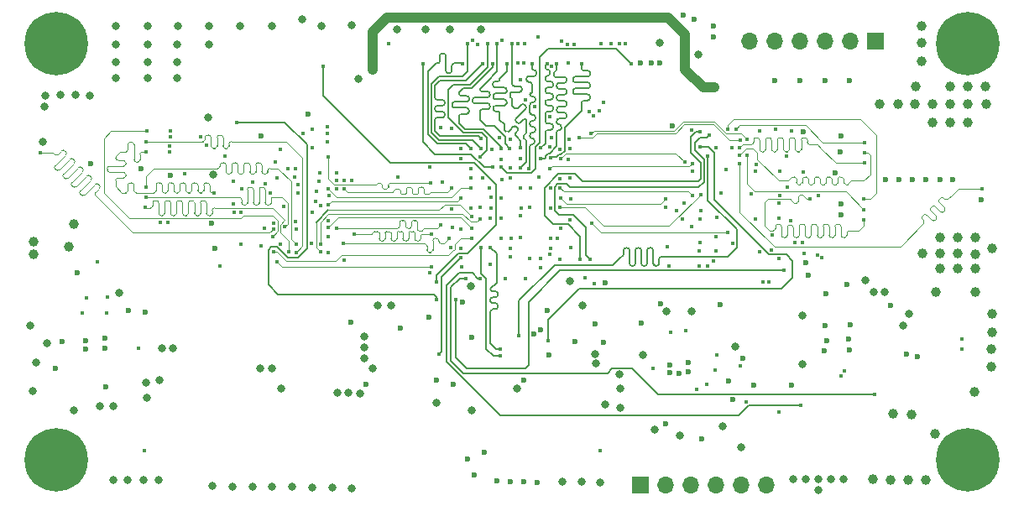
<source format=gbr>
%TF.GenerationSoftware,KiCad,Pcbnew,8.0.1*%
%TF.CreationDate,2025-01-10T22:18:19+05:00*%
%TF.ProjectId,BENE_DOUBLE_V1,42454e45-5f44-44f5-9542-4c455f56312e,rev?*%
%TF.SameCoordinates,Original*%
%TF.FileFunction,Copper,L4,Inr*%
%TF.FilePolarity,Positive*%
%FSLAX46Y46*%
G04 Gerber Fmt 4.6, Leading zero omitted, Abs format (unit mm)*
G04 Created by KiCad (PCBNEW 8.0.1) date 2025-01-10 22:18:19*
%MOMM*%
%LPD*%
G01*
G04 APERTURE LIST*
%TA.AperFunction,ComponentPad*%
%ADD10C,6.400000*%
%TD*%
%TA.AperFunction,ComponentPad*%
%ADD11R,1.700000X1.700000*%
%TD*%
%TA.AperFunction,ComponentPad*%
%ADD12O,1.700000X1.700000*%
%TD*%
%TA.AperFunction,ViaPad*%
%ADD13C,0.400000*%
%TD*%
%TA.AperFunction,ViaPad*%
%ADD14C,0.600000*%
%TD*%
%TA.AperFunction,ViaPad*%
%ADD15C,0.800000*%
%TD*%
%TA.AperFunction,ViaPad*%
%ADD16C,1.000000*%
%TD*%
%TA.AperFunction,Conductor*%
%ADD17C,1.000000*%
%TD*%
%TA.AperFunction,Conductor*%
%ADD18C,0.150000*%
%TD*%
%TA.AperFunction,Conductor*%
%ADD19C,0.120000*%
%TD*%
G04 APERTURE END LIST*
D10*
%TO.N,GND*%
%TO.C,H3*%
X58000000Y-128000000D03*
%TD*%
D11*
%TO.N,FPGA_3V3*%
%TO.C,J7*%
X140610000Y-85750000D03*
D12*
%TO.N,/FPGA/JTAG_TCK*%
X138070000Y-85750000D03*
%TO.N,/FPGA/JTAG_TDI*%
X135530000Y-85750000D03*
%TO.N,/FPGA/JTAG_TDO*%
X132990000Y-85750000D03*
%TO.N,/FPGA/JTAG_TMS*%
X130450000Y-85750000D03*
%TO.N,GND*%
X127910000Y-85750000D03*
%TD*%
D10*
%TO.N,GND*%
%TO.C,H2*%
X58000000Y-86000000D03*
%TD*%
%TO.N,GND*%
%TO.C,H1*%
X150000000Y-86000000D03*
%TD*%
%TO.N,GND*%
%TO.C,H4*%
X150000000Y-128000000D03*
%TD*%
D11*
%TO.N,/MCU/MOSI*%
%TO.C,J4*%
X116920000Y-130500000D03*
D12*
%TO.N,/MCU/MISO*%
X119460000Y-130500000D03*
%TO.N,/MCU/SCK*%
X122000000Y-130500000D03*
%TO.N,/MCU/RESET*%
X124540000Y-130500000D03*
%TO.N,VDD_3V3*%
X127080000Y-130500000D03*
%TO.N,GND*%
X129620000Y-130500000D03*
%TD*%
D13*
%TO.N,FPGA_3V3*%
X108800000Y-99600000D03*
X109850000Y-96550000D03*
D14*
X107700000Y-117350000D03*
X137750000Y-110300000D03*
D13*
X101934736Y-96633714D03*
X105850000Y-100550000D03*
D14*
X116950000Y-87950000D03*
X87750000Y-114050000D03*
D13*
X98900000Y-108500000D03*
X97900000Y-102610000D03*
X99852775Y-102553138D03*
X105800000Y-102500000D03*
X97850000Y-94550000D03*
X107850000Y-102550000D03*
X101788679Y-103548641D03*
X109900000Y-106500000D03*
X103829050Y-107470454D03*
D14*
X118000000Y-87950000D03*
X113200000Y-116100000D03*
D13*
X98850000Y-97550000D03*
X103840948Y-99515257D03*
X97800000Y-106500000D03*
X99850000Y-99550000D03*
X109950000Y-101650000D03*
D14*
X133000000Y-89700000D03*
D13*
X108900000Y-104600000D03*
D14*
X135550000Y-89700000D03*
D13*
X107950000Y-95450000D03*
D14*
X142180000Y-112400000D03*
X113350000Y-110100000D03*
D13*
X99850000Y-98550000D03*
X104829227Y-97594520D03*
D14*
X118900000Y-87950000D03*
D13*
X101668954Y-100528431D03*
D14*
X117000000Y-114150000D03*
D13*
X104846432Y-105560000D03*
D14*
X130450000Y-89700000D03*
D13*
X108850000Y-107750000D03*
X102846182Y-105614780D03*
X102883558Y-103566955D03*
D14*
X138050000Y-89700000D03*
D15*
X88450000Y-89550000D03*
D13*
X106724553Y-99430217D03*
X103815229Y-95600000D03*
D14*
X122350000Y-83500000D03*
D13*
%TO.N,FPGA_1V2*%
X104853138Y-100547225D03*
X104850000Y-103350000D03*
X101000000Y-99550000D03*
X102850000Y-101550000D03*
X98850000Y-104650000D03*
%TO.N,/USB_C/USB_D-*%
X149400000Y-116800000D03*
X149375000Y-115800000D03*
%TO.N,/FPGA/FPGA_DONE*%
X107900000Y-106600000D03*
X112300000Y-110200000D03*
D15*
%TO.N,GND*%
X143450000Y-114450000D03*
X89100000Y-115550000D03*
X66800000Y-129950000D03*
D13*
X98850000Y-96550000D03*
X128100000Y-101150000D03*
X101794508Y-108198517D03*
D15*
X84750000Y-84150000D03*
D13*
X82400000Y-100200000D03*
D15*
X64050000Y-84200000D03*
D13*
X97999826Y-104504815D03*
D16*
X146650000Y-125300000D03*
X152350000Y-118600000D03*
D13*
X80650000Y-96600000D03*
X82150000Y-103950000D03*
X114800000Y-86000000D03*
D15*
X59800000Y-122950000D03*
D13*
X126200000Y-96500000D03*
D15*
X79800000Y-130700000D03*
D13*
X125050000Y-101050000D03*
D15*
X89950000Y-118750000D03*
D14*
X69500000Y-99250000D03*
D15*
X56650000Y-95850000D03*
X119600000Y-112950000D03*
D16*
X148150000Y-92100000D03*
D13*
X105300000Y-91600000D03*
X95700000Y-109050000D03*
D15*
X61400000Y-91250000D03*
D16*
X148950000Y-107100000D03*
D15*
X67200000Y-89400000D03*
D14*
X92750000Y-114700000D03*
D15*
X96400000Y-122200000D03*
X112900000Y-130250000D03*
D16*
X59750000Y-104150000D03*
D15*
X69800000Y-116700000D03*
X100850000Y-84550000D03*
D13*
X80594220Y-106200110D03*
X103800000Y-106600000D03*
D14*
X99900000Y-115600000D03*
X101200000Y-127200000D03*
D16*
X150750000Y-108650000D03*
D14*
X105150000Y-119950000D03*
D13*
X105200000Y-87950000D03*
D15*
X60000000Y-91150000D03*
D13*
X129000000Y-94800000D03*
D15*
X95300000Y-84550000D03*
X122100000Y-112950000D03*
D16*
X55750000Y-105950000D03*
X147150000Y-107100000D03*
D13*
X130200000Y-105300000D03*
X76705776Y-100600106D03*
D16*
X152400000Y-113200000D03*
D15*
X67200000Y-87850000D03*
D13*
X103000000Y-85600000D03*
X104920955Y-102548092D03*
X104600000Y-86000000D03*
D14*
X143800000Y-117250000D03*
D15*
X120900000Y-125500000D03*
X75800000Y-130650000D03*
D16*
X150750000Y-111000000D03*
D15*
X97700000Y-84550000D03*
D13*
X126225000Y-106150000D03*
X102932886Y-99665950D03*
D16*
X151850000Y-92050000D03*
D13*
X134800000Y-107300000D03*
D16*
X142450000Y-123300000D03*
D13*
X100800000Y-102500000D03*
X107850000Y-100550000D03*
D15*
X90400000Y-112400000D03*
D13*
X119800000Y-108400000D03*
D15*
X67200000Y-86050000D03*
X83800000Y-130750000D03*
X63800000Y-122550000D03*
D14*
X119900000Y-118350000D03*
D15*
X68350000Y-130000000D03*
D16*
X146750000Y-111000000D03*
X152350000Y-116800000D03*
D15*
X70200000Y-89400000D03*
D16*
X140400000Y-129900000D03*
D14*
X106200000Y-115224998D03*
D15*
X56850000Y-92350000D03*
X92350000Y-84500000D03*
X141550000Y-111000000D03*
D13*
X84250000Y-100900000D03*
D14*
X74000000Y-106600000D03*
D16*
X143950000Y-130000000D03*
D15*
X67050000Y-120150000D03*
D16*
X150750000Y-105500000D03*
D13*
X109600000Y-86050000D03*
X113000000Y-86000000D03*
X87059999Y-107785086D03*
D15*
X133600000Y-129900000D03*
D13*
X103900000Y-105600000D03*
X96750000Y-94450000D03*
X82100000Y-98600000D03*
D16*
X145300000Y-87700000D03*
D15*
X111050000Y-130200000D03*
X144050000Y-113250000D03*
D16*
X146400000Y-92100000D03*
D15*
X118850000Y-85850000D03*
D14*
X121750000Y-119100000D03*
D15*
X79750000Y-84200000D03*
D13*
X130950000Y-102060000D03*
D16*
X55750000Y-107250000D03*
X141100000Y-92050000D03*
D13*
X101850000Y-102550000D03*
D15*
X114950000Y-120750000D03*
D14*
X138050000Y-116900000D03*
D13*
X109850000Y-99550000D03*
D15*
X70250000Y-84200000D03*
D13*
X82400000Y-101000000D03*
X85423212Y-105426788D03*
D15*
X114850000Y-119350000D03*
D14*
X61000000Y-115900000D03*
D15*
X89100000Y-117700000D03*
X139650000Y-109850000D03*
D13*
X134850000Y-101300000D03*
D16*
X152450000Y-115050000D03*
X152400000Y-106650000D03*
D15*
X56000000Y-118150000D03*
X73400000Y-86050000D03*
X73800000Y-130600000D03*
D13*
X95700000Y-98400000D03*
D14*
X62900000Y-115700000D03*
X78650000Y-95240000D03*
D16*
X142150000Y-130000000D03*
D14*
X138100000Y-114350000D03*
D15*
X122750000Y-87100000D03*
X125200000Y-124600000D03*
D13*
X85550000Y-101300000D03*
D15*
X81800000Y-130700000D03*
D16*
X150650000Y-121100000D03*
D15*
X118400000Y-124950000D03*
D14*
X62900000Y-116700000D03*
D13*
X80940000Y-102350000D03*
D14*
X135700000Y-115900000D03*
X112350000Y-114250000D03*
D16*
X150700000Y-107200000D03*
X149950000Y-93900000D03*
D13*
X124547527Y-105410000D03*
D15*
X85850000Y-130750000D03*
D16*
X149950000Y-92100000D03*
D15*
X63800000Y-129950000D03*
D13*
X103850000Y-98500000D03*
X128550000Y-103650000D03*
D16*
X59250000Y-106450000D03*
D15*
X77800000Y-130650000D03*
D13*
X81400000Y-98600000D03*
X110250000Y-86050000D03*
D15*
X64000000Y-87850000D03*
D13*
X112180116Y-93230116D03*
D15*
X76550000Y-84200000D03*
X65250000Y-129950000D03*
D14*
X96350000Y-119950000D03*
X136608886Y-99044417D03*
D15*
X87850000Y-130800000D03*
D13*
X100500000Y-86050000D03*
D15*
X80700000Y-120800000D03*
D13*
X105250000Y-86000000D03*
D16*
X148150000Y-93900000D03*
D13*
X109850000Y-103750000D03*
D14*
X137900000Y-115800000D03*
D16*
X142900000Y-92050000D03*
D14*
X120850000Y-119200000D03*
X83450000Y-93050000D03*
D16*
X148950000Y-105500000D03*
D14*
X135675000Y-111200000D03*
D13*
X128950000Y-107000000D03*
D15*
X67250000Y-84200000D03*
D13*
X108540000Y-105625000D03*
X108800000Y-96600000D03*
D14*
X120144375Y-94234375D03*
D13*
X73200000Y-96200000D03*
D14*
X133600000Y-108050000D03*
D15*
X137400000Y-129900000D03*
D13*
X119612896Y-106485094D03*
D15*
X126500000Y-116550000D03*
X112450000Y-118200000D03*
X117200000Y-117400000D03*
D16*
X144700000Y-90250000D03*
X148200000Y-90300000D03*
D13*
X79600000Y-101000000D03*
D15*
X68650000Y-116700000D03*
X70200000Y-87850000D03*
X73450000Y-84200000D03*
D13*
X92509417Y-99404868D03*
D15*
X89100000Y-116650000D03*
D16*
X148950000Y-108650000D03*
D14*
X135500000Y-116950000D03*
D15*
X111100000Y-112400000D03*
D13*
X98800000Y-106600000D03*
D15*
X134900000Y-131000000D03*
D14*
X135550000Y-114450000D03*
D15*
X91800000Y-112400000D03*
X62400000Y-122550000D03*
D13*
X80250000Y-99500000D03*
D16*
X147200000Y-105500000D03*
D13*
X91500000Y-86000000D03*
D14*
X121800000Y-118150000D03*
D13*
X102750000Y-95450000D03*
D16*
X145750000Y-129950000D03*
D15*
X57050000Y-116175000D03*
D13*
X84650000Y-102300000D03*
D15*
X132350000Y-129900000D03*
X82850000Y-83500000D03*
X109800000Y-109950000D03*
X73350000Y-93450000D03*
D13*
X82050000Y-99450000D03*
X84200000Y-101900000D03*
D16*
X146400000Y-93900000D03*
D15*
X64350000Y-111100000D03*
D13*
X124650000Y-103450000D03*
D14*
X144850000Y-117550000D03*
D16*
X145400000Y-107100000D03*
D15*
X64000000Y-89400000D03*
X112350000Y-117250000D03*
D13*
X75849890Y-99855780D03*
D15*
X87850000Y-84100000D03*
X134900000Y-129900000D03*
D13*
X115400000Y-86000000D03*
X111350000Y-109600000D03*
X105750000Y-107650000D03*
D16*
X144600000Y-92100000D03*
D13*
X135200000Y-107550000D03*
X101874891Y-101496017D03*
D14*
X119900000Y-119150000D03*
D15*
X109100000Y-130200000D03*
D16*
X147200000Y-108650000D03*
D15*
X70200000Y-86050000D03*
D16*
X145300000Y-84150000D03*
D15*
X136200000Y-129900000D03*
X56900000Y-91200000D03*
D16*
X150000000Y-90300000D03*
D14*
X61000000Y-116750000D03*
X133400000Y-94850000D03*
D15*
X99857020Y-110390904D03*
X58400000Y-91150000D03*
D16*
X145300000Y-85900000D03*
D13*
X132060527Y-103850000D03*
X107999571Y-88228196D03*
X78650000Y-106400000D03*
D15*
X64000000Y-86050000D03*
D14*
X132200000Y-120450000D03*
D16*
X151750000Y-90300000D03*
D14*
X151300000Y-101700000D03*
D13*
X96917855Y-99959617D03*
D14*
X73650000Y-104079360D03*
D13*
X104550000Y-87950000D03*
D15*
X73850000Y-99160000D03*
D13*
X109650000Y-87950000D03*
D14*
%TO.N,VDDIOM_A*%
X124950000Y-112300000D03*
D13*
X132531759Y-106038029D03*
X130150000Y-106825000D03*
X130900000Y-103600000D03*
X133480000Y-107170000D03*
D14*
X133900000Y-109300000D03*
D13*
X130923212Y-107675000D03*
D14*
%TO.N,VDD_3V3_A*%
X137100000Y-96900000D03*
X143000000Y-99700000D03*
X137150000Y-102150000D03*
X137150000Y-103250000D03*
X123150000Y-125850000D03*
D13*
X122111555Y-104455780D03*
X130550000Y-94610000D03*
D14*
X125850000Y-120000000D03*
X147150000Y-99700000D03*
X145700000Y-99700000D03*
D13*
X124551703Y-96424696D03*
X122150000Y-98850000D03*
X133350000Y-98950000D03*
X128635086Y-98114914D03*
D14*
X127250000Y-117700000D03*
D13*
X122961336Y-103625312D03*
D14*
X137200000Y-95250000D03*
X144400000Y-99700000D03*
X124300000Y-84200000D03*
X148450000Y-99700000D03*
X141700000Y-99700000D03*
D13*
X124550000Y-106850000D03*
X122612710Y-120862710D03*
%TO.N,VDDPLLA_A*%
X123000000Y-102800000D03*
D14*
%TO.N,VDD_3V3*%
X102450000Y-130103768D03*
X124300000Y-85250000D03*
X103800000Y-130150000D03*
D15*
X86350000Y-121200000D03*
D14*
X98050000Y-120300000D03*
X106550000Y-130250000D03*
X95600000Y-113600000D03*
D15*
X104500000Y-120750000D03*
D14*
X98950000Y-112000000D03*
X105200000Y-130200000D03*
X99500000Y-127900000D03*
D15*
X99900000Y-122950000D03*
X88650000Y-121250000D03*
D14*
X100200000Y-129450000D03*
D15*
X127100000Y-126650000D03*
D14*
X89250000Y-120350000D03*
D15*
X87450000Y-121200000D03*
D13*
%TO.N,START_A*%
X118202297Y-118733105D03*
X112900000Y-127050000D03*
D15*
%TO.N,+5V*%
X133300000Y-118300000D03*
X133300000Y-113400000D03*
D16*
X89900000Y-88550000D03*
D14*
X57950000Y-118750000D03*
X65300000Y-112850000D03*
D15*
X79800000Y-118700000D03*
D14*
X128400000Y-120400000D03*
D15*
X78600000Y-118750000D03*
D13*
X121500000Y-114950000D03*
D16*
X144300000Y-123400000D03*
D14*
X63021942Y-120625054D03*
D16*
X124400000Y-90400000D03*
D15*
X113350000Y-122400000D03*
X140500000Y-111000000D03*
D13*
X120000000Y-115050000D03*
D14*
X119450000Y-124350000D03*
D15*
X68450000Y-119950000D03*
D14*
X60150000Y-109100000D03*
X126250000Y-121900000D03*
X58600000Y-116050000D03*
D13*
%TO.N,/MPUA/XIN32K_A*%
X119500000Y-102460000D03*
%TO.N,/MPUA/XOUT32K_A*%
X121350000Y-102050000D03*
%TO.N,/MPUA/DDR_CAL_A*%
X131750000Y-100450000D03*
%TO.N,DDR_VREF_A*%
X133300000Y-106000000D03*
%TO.N,VDDIOM_B*%
X70950000Y-99050000D03*
D15*
X55350000Y-114400000D03*
D13*
X72550000Y-95400000D03*
X77850000Y-99950000D03*
X80100000Y-97900000D03*
%TO.N,DDR_VREF_B*%
X75000000Y-97350000D03*
%TO.N,/MPUB/DDR_CAL_B*%
X75852769Y-102140000D03*
%TO.N,VDD_3V3_B*%
X63200000Y-111550000D03*
X68500000Y-104000000D03*
D14*
X61500000Y-98100000D03*
D13*
X69500000Y-94800000D03*
X69500000Y-95400000D03*
X69450000Y-96300000D03*
X61076000Y-111600000D03*
X83774146Y-106127748D03*
X82200000Y-104650000D03*
D14*
X66950000Y-113050000D03*
D13*
X69450000Y-96900000D03*
X83800000Y-96500000D03*
D14*
X66600000Y-98550000D03*
D13*
X79034637Y-104600173D03*
X75933318Y-103022242D03*
X66275000Y-116700000D03*
X86317770Y-98987942D03*
D14*
X121300000Y-83100000D03*
D13*
X76676787Y-106173213D03*
X85450000Y-103800000D03*
X84502798Y-99835301D03*
X69300000Y-104000000D03*
%TO.N,/MPUB/XIN32K_B*%
X87043239Y-99780000D03*
%TO.N,/MPUB/XOUT32K_B*%
X86250000Y-100650000D03*
%TO.N,VDD_CORE_B*%
X79088644Y-100087166D03*
X79960000Y-104103984D03*
X76650000Y-103000000D03*
X83850000Y-103000000D03*
D15*
X55600000Y-121000000D03*
D13*
%TO.N,VDDPLLA_B*%
X84632802Y-98984137D03*
%TO.N,/FPGA/LCD_ID*%
X102849962Y-98424954D03*
X116000000Y-88000000D03*
%TO.N,/FPGA/LCD_D22*%
X101500000Y-86000000D03*
X100783905Y-97427298D03*
%TO.N,SAMB_LCD_FPGA_TWD*%
X80300000Y-108000000D03*
X95900000Y-108500000D03*
%TO.N,/FPGA/LCD_D14*%
X106585876Y-85314124D03*
X106300000Y-92350000D03*
%TO.N,/FPGA/LCD_D10*%
X109010876Y-85689124D03*
X107825000Y-93292525D03*
%TO.N,/FPGA/JTAG_TDI*%
X107776624Y-96376624D03*
X113174753Y-91880897D03*
%TO.N,/FPGA/LCD_D2*%
X102850561Y-97675745D03*
X114000000Y-86000000D03*
%TO.N,/FPGA/LCD_HSYNC*%
X99850000Y-96550000D03*
X99000000Y-88000000D03*
%TO.N,/FPGA/LCD_D23*%
X101000000Y-88000000D03*
X100850000Y-95550000D03*
%TO.N,/FPGA/LCD_D20*%
X103765229Y-96517133D03*
X102500000Y-86000000D03*
%TO.N,/FPGA/LCD_VSYNC*%
X99500000Y-86000000D03*
X100822934Y-96521607D03*
%TO.N,/FPGA/JTAG_TCK*%
X112750000Y-92750000D03*
X109725000Y-95650000D03*
%TO.N,FPGA_BOOT*%
X100732140Y-109642860D03*
X133150000Y-122450000D03*
%TO.N,/FPGA/LCD_PCK*%
X104874596Y-89600000D03*
X100000000Y-85600000D03*
%TO.N,/FPGA/LCD_D11*%
X106850000Y-97550000D03*
X108500000Y-88000000D03*
%TO.N,/FPGA/LCD_D15*%
X106000000Y-88000000D03*
X105712247Y-98558147D03*
%TO.N,/FPGA/LCD_D7*%
X111000000Y-88000000D03*
X107850000Y-97500000D03*
%TO.N,/FPGA/JTAG_TDO*%
X111755850Y-92805850D03*
X109685086Y-97664914D03*
%TO.N,FPGA_EN*%
X99350000Y-109650000D03*
X140550000Y-121350000D03*
%TO.N,/FPGA/LCD_D19*%
X103500000Y-88000000D03*
X104832855Y-96446270D03*
%TO.N,/FPGA/RESET_N*%
X96350000Y-110050000D03*
X84900000Y-88250000D03*
%TO.N,/FPGA/LCD_D12*%
X106900000Y-96500000D03*
X107500000Y-88000000D03*
%TO.N,/FPGA/LCD_TWCK*%
X95000000Y-88000000D03*
X102009006Y-98418672D03*
%TO.N,/FPGA/LCD_D18*%
X104000000Y-86000000D03*
X104850000Y-98500000D03*
%TO.N,/FPGA/LCD_D21*%
X102881890Y-96527455D03*
X102000000Y-88000000D03*
D14*
%TO.N,VDD_CORE_A*%
X118970711Y-112179289D03*
D13*
X130961091Y-98861091D03*
X128500000Y-98800000D03*
X131005776Y-101249894D03*
X125550000Y-98700000D03*
%TO.N,/MPUB/SD_B_D1*%
X67150000Y-94800000D03*
X79850000Y-105400000D03*
%TO.N,/MPUB/SD_B_CLK*%
X56400000Y-96950000D03*
X79900000Y-104650000D03*
%TO.N,/MPUB/SD_B_D2*%
X81450000Y-107000000D03*
X67000000Y-102500000D03*
%TO.N,/MPUB/SD_B_CMD*%
X82200000Y-106200000D03*
X67050000Y-100400000D03*
%TO.N,/MPUB/SD_B_D0*%
X67100000Y-95850000D03*
X82200000Y-107050000D03*
%TO.N,/MPUB/SD_B_DET*%
X67100000Y-96900000D03*
X73900000Y-101000000D03*
%TO.N,/MPUB/SD_B_D3*%
X67050000Y-101450000D03*
X81050000Y-104450000D03*
%TO.N,/MPUA/SD_A_DET*%
X139500000Y-103750000D03*
X134050000Y-101650000D03*
%TO.N,/MPUA/SD_A_D0*%
X139500000Y-101600000D03*
X125750000Y-94590000D03*
%TO.N,/MPUA/SD_A_D3*%
X126950000Y-97250000D03*
X139550000Y-96950000D03*
%TO.N,/MPUA/SD_A_D2*%
X139550000Y-95950000D03*
X126550000Y-94590000D03*
%TO.N,/MPUA/SD_A_D1*%
X127700000Y-97200000D03*
X139500000Y-102700000D03*
%TO.N,/MPUA/SD_A_CMD*%
X139550000Y-98000000D03*
X126950000Y-96450000D03*
%TO.N,/MPUA/SD_A_CLK*%
X151400000Y-100600000D03*
X126960000Y-98040000D03*
%TO.N,Net-(Q1-D)*%
X127600000Y-122100000D03*
X124500000Y-118857700D03*
%TO.N,LPM_A*%
X130950000Y-123100000D03*
X131668833Y-97331874D03*
D15*
%TO.N,VLDO1B*%
X114900000Y-122750000D03*
X67150000Y-121700000D03*
D13*
%TO.N,NRST_B*%
X63101421Y-113155944D03*
X66900000Y-127050000D03*
X85450000Y-107050000D03*
%TO.N,SHDN_B*%
X62200000Y-107950000D03*
X83800000Y-94600000D03*
%TO.N,WAKE_UP_A*%
X124624923Y-117375726D03*
X124300000Y-107900000D03*
%TO.N,NRST_A*%
X122074479Y-94724479D03*
X123600000Y-120350000D03*
%TO.N,SHDN_A*%
X127000000Y-118450000D03*
X123750000Y-108425000D03*
%TO.N,WAKE_UP_B*%
X82929735Y-95047576D03*
X60675000Y-113173132D03*
%TO.N,/MPUA/XIN24M_A*%
X121206621Y-103693268D03*
%TO.N,/MPUA/XOUT24M_A*%
X120550000Y-102850000D03*
%TO.N,Net-(U4E-ADVREFP)*%
X132150000Y-94750000D03*
%TO.N,/MPUA/USB_RTUNE_A*%
X122900000Y-108425000D03*
%TO.N,/MPUB/USB_RTUNE_B*%
X85397641Y-94330000D03*
%TO.N,Net-(U2E-ADVREFP)*%
X74550000Y-108400000D03*
%TO.N,/MPUB/XIN24M_B*%
X86253146Y-99740658D03*
%TO.N,/MPUB/XOUT24M_B*%
X87800000Y-99740000D03*
%TO.N,SAMB_FPGA_RX*%
X99927319Y-103422382D03*
X84650000Y-107000000D03*
%TO.N,SAMB_LCD_FPGA_D23*%
X97848992Y-100530838D03*
X87050000Y-100600000D03*
%TO.N,SAMB_LCD_FPGA_D11*%
X97676448Y-105576651D03*
X87000000Y-106150000D03*
%TO.N,SAMB_LCD_FPGA_IRQ1*%
X85449262Y-104543490D03*
X99900000Y-104550000D03*
%TO.N,SAMB_LCD_FPGA_D21*%
X85450000Y-102200000D03*
X98847225Y-101546862D03*
%TO.N,SAMB_LCD_FPGA_TWCK*%
X99900000Y-105600000D03*
X79900000Y-106950000D03*
%TO.N,SAMB_LCD_FPGA_DEN*%
X99864153Y-100512088D03*
X85450000Y-100600000D03*
%TO.N,SAMB_LCD_FPGA_D5*%
X88050000Y-105150000D03*
X95838406Y-105177232D03*
%TO.N,SAMB_FPGA_TX*%
X84650000Y-106200000D03*
X100762321Y-103649227D03*
%TO.N,SAMB_LCD_FPGA_D15*%
X96816124Y-104263551D03*
X86300000Y-104600000D03*
%TO.N,SAMB_LCD_FPGA_HSYNC*%
X85450000Y-97400000D03*
X95750000Y-100050000D03*
%TO.N,SAMA_FPGA_TX*%
X123874574Y-95191714D03*
X111850000Y-107700000D03*
%TO.N,SAMA_LCD_FPGA_TWD*%
X111950000Y-95050000D03*
X127700000Y-95600000D03*
%TO.N,SAMA_LCD_FPGA_MPU_NRSTOUT*%
X125750000Y-105000000D03*
X112000000Y-104050000D03*
%TO.N,SAMA_LCD_FPGA_DEN*%
X108850000Y-102500000D03*
X123000000Y-101200000D03*
%TO.N,SAMA_LCD_FPGA_D21*%
X108850000Y-100550000D03*
X122150000Y-101250000D03*
%TO.N,SAMA_LCD_FPGA_TWCK*%
X110750000Y-95450000D03*
X127000000Y-95700000D03*
%TO.N,SAMA_LCD_FPGA_IRQ1*%
X122150000Y-98050000D03*
X107818314Y-98544408D03*
%TO.N,SAMA_RX*%
X123750737Y-97306511D03*
X104700000Y-115400000D03*
%TO.N,SAMA_LCD_FPGA_VSYNC*%
X108875000Y-101550000D03*
X119500000Y-101640000D03*
%TO.N,SAMA_FPGA_RX*%
X110879959Y-107718571D03*
X122950000Y-94860000D03*
%TO.N,SAMA_TX*%
X107650000Y-115950000D03*
X122950000Y-96400000D03*
%TO.N,SAMA_LCD_FPGA_D13*%
X108883885Y-97598071D03*
X121390269Y-97940000D03*
%TO.N,FPGA_INIT*%
X96650000Y-117300000D03*
X98850000Y-107550000D03*
%TO.N,FPGA_TX*%
X101818110Y-106522545D03*
X102800000Y-116750000D03*
%TO.N,FPGA_RX*%
X102800000Y-117500000D03*
X100850000Y-106550000D03*
D14*
%TO.N,/FPGA/WP_N*%
X107550000Y-112900000D03*
%TO.N,/FPGA/MISO_FL*%
X106850000Y-114800000D03*
D13*
%TO.N,/FPGA/SCLK_FL*%
X107879638Y-105638433D03*
%TO.N,/FPGA/HOLD_N*%
X106850000Y-108600000D03*
%TO.N,FPGAUT_TX*%
X137208499Y-119466401D03*
X107798766Y-107213612D03*
%TO.N,/FPGA/CLK*%
X103350000Y-109650000D03*
%TO.N,/FPGA/MOSI_FL*%
X105350000Y-109650000D03*
%TO.N,FPGAUT_RX*%
X137500000Y-119000000D03*
X106850000Y-107600000D03*
D14*
%TO.N,/FPGA/CS_FL*%
X110300000Y-116050000D03*
D13*
%TO.N,SAMB_BOOT*%
X76250000Y-93900000D03*
X96350000Y-111803532D03*
%TO.N,SAMA_BOOT*%
X98300000Y-111750000D03*
X131425000Y-108850000D03*
%TO.N,/MPUB/USB_SAMB_D-*%
X85349999Y-95893221D03*
%TO.N,/MPUB/USB_SAMB_D+*%
X85400000Y-95050000D03*
%TO.N,/MPUA/USB_SAMA_D+*%
X122900000Y-106900000D03*
X129901600Y-110050000D03*
%TO.N,/MPUA/USB_SAMA_D-*%
X129298400Y-110050000D03*
X122950000Y-106050000D03*
%TD*%
D17*
%TO.N,+5V*%
X123250000Y-90400000D02*
X124400000Y-90400000D01*
X121450000Y-88600000D02*
X123250000Y-90400000D01*
X119700000Y-83300000D02*
X121450000Y-85050000D01*
X89900000Y-88550000D02*
X89900000Y-84750000D01*
X121450000Y-85050000D02*
X121450000Y-88600000D01*
X91350000Y-83300000D02*
X119700000Y-83300000D01*
X89900000Y-84750000D02*
X91350000Y-83300000D01*
D18*
%TO.N,/FPGA/LCD_ID*%
X107625000Y-86475000D02*
X106800000Y-87300000D01*
X106350000Y-98592146D02*
X105908999Y-99033147D01*
X103458155Y-99033147D02*
X102849962Y-98424954D01*
X105908999Y-99033147D02*
X103458155Y-99033147D01*
X106800000Y-87300000D02*
X106800000Y-95928248D01*
X106800000Y-95928248D02*
X106350000Y-96378248D01*
X116000000Y-88000000D02*
X114475000Y-86475000D01*
X114475000Y-86475000D02*
X107625000Y-86475000D01*
X106350000Y-96378248D02*
X106350000Y-98592146D01*
%TO.N,/FPGA/LCD_D22*%
X97559734Y-93440266D02*
X97559734Y-90640266D01*
X101459736Y-96751468D02*
X101459736Y-95459736D01*
X99100000Y-94950000D02*
X98050000Y-93900000D01*
X98100000Y-90100000D02*
X99750000Y-90100000D01*
X101500000Y-88350000D02*
X101500000Y-86000000D01*
X100783905Y-97427298D02*
X100783905Y-97416095D01*
X101444398Y-96755602D02*
X101455602Y-96755602D01*
X101459736Y-95459736D02*
X100950000Y-94950000D01*
X100950000Y-94950000D02*
X99100000Y-94950000D01*
X101475000Y-86025000D02*
X101500000Y-86000000D01*
X98019468Y-93900000D02*
X97559734Y-93440266D01*
X100783905Y-97416095D02*
X101444398Y-96755602D01*
X99750000Y-90100000D02*
X101500000Y-88350000D01*
X98050000Y-93900000D02*
X98019468Y-93900000D01*
X97559734Y-90640266D02*
X98100000Y-90100000D01*
D19*
%TO.N,SAMB_LCD_FPGA_TWD*%
X80800000Y-108500000D02*
X95900000Y-108500000D01*
X80300000Y-108000000D02*
X80800000Y-108500000D01*
D18*
%TO.N,/FPGA/LCD_HSYNC*%
X99850000Y-96550000D02*
X99350000Y-96050000D01*
X96710246Y-87710000D02*
X96710246Y-87190000D01*
X96950246Y-86950000D02*
X97070246Y-86950000D01*
X97310246Y-87710000D02*
X97310246Y-88710000D01*
X98950000Y-87950000D02*
X99000000Y-88000000D01*
X98270246Y-87950000D02*
X98950000Y-87950000D01*
X98150246Y-87950000D02*
X98270246Y-87950000D01*
X95500000Y-95100000D02*
X95500000Y-88800000D01*
X99350000Y-96050000D02*
X96450000Y-96050000D01*
X97550246Y-88950000D02*
X97670246Y-88950000D01*
X96450000Y-96050000D02*
X95500000Y-95100000D01*
X97910246Y-88710000D02*
X97910246Y-88190000D01*
X97310246Y-87190000D02*
X97310246Y-87710000D01*
X95500000Y-88800000D02*
X96350000Y-87950000D01*
X96350000Y-87950000D02*
X96470246Y-87950000D01*
X96470246Y-87950000D02*
G75*
G03*
X96710200Y-87710000I-46J240000D01*
G01*
X96710246Y-87190000D02*
G75*
G02*
X96950246Y-86950046I239954J0D01*
G01*
X97670246Y-88950000D02*
G75*
G03*
X97910200Y-88710000I-46J240000D01*
G01*
X97910246Y-88190000D02*
G75*
G02*
X98150246Y-87950046I239954J0D01*
G01*
X97310246Y-88710000D02*
G75*
G03*
X97550246Y-88949954I239954J0D01*
G01*
X97070246Y-86950000D02*
G75*
G02*
X97310200Y-87190000I-46J-240000D01*
G01*
%TO.N,/FPGA/LCD_D23*%
X96200000Y-92599362D02*
X96200000Y-92479362D01*
X96960000Y-92839362D02*
X96440000Y-92839362D01*
X100600000Y-95300000D02*
X96744974Y-95300000D01*
X96960000Y-91639362D02*
X96440000Y-91639362D01*
X96440000Y-92239362D02*
X96960000Y-92239362D01*
X96440000Y-93439362D02*
X96960000Y-93439362D01*
X99350000Y-89650000D02*
X101000000Y-88000000D01*
X96200000Y-91399362D02*
X96200000Y-91279362D01*
X96200000Y-90194974D02*
X96744974Y-89650000D01*
X96200000Y-94329362D02*
X96200000Y-93679362D01*
X100850000Y-95550000D02*
X100600000Y-95300000D01*
X96918624Y-89650000D02*
X99350000Y-89650000D01*
X96744974Y-95300000D02*
X96200000Y-94755026D01*
X96200000Y-91279362D02*
X96200000Y-90194974D01*
X96200000Y-94755026D02*
X96200000Y-94329362D01*
X97200000Y-91999362D02*
X97200000Y-91879362D01*
X97200000Y-93199362D02*
X97200000Y-93079362D01*
X96744974Y-89650000D02*
X96918624Y-89650000D01*
X97200000Y-93079362D02*
G75*
G03*
X96960000Y-92839400I-240000J-38D01*
G01*
X96200000Y-92479362D02*
G75*
G02*
X96440000Y-92239400I240000J-38D01*
G01*
X96960000Y-92239362D02*
G75*
G03*
X97199962Y-91999362I0J239962D01*
G01*
X96960000Y-93439362D02*
G75*
G03*
X97199962Y-93199362I0J239962D01*
G01*
X96440000Y-92839362D02*
G75*
G02*
X96200038Y-92599362I0J239962D01*
G01*
X97200000Y-91879362D02*
G75*
G03*
X96960000Y-91639400I-240000J-38D01*
G01*
X96440000Y-91639362D02*
G75*
G02*
X96200038Y-91399362I0J239962D01*
G01*
X96200000Y-93679362D02*
G75*
G02*
X96440000Y-93439400I240000J-38D01*
G01*
%TO.N,/FPGA/LCD_D20*%
X100990000Y-91390000D02*
X100240000Y-91390000D01*
X100750000Y-91990000D02*
X101510000Y-91990000D01*
X102221752Y-94250000D02*
X102310876Y-94339124D01*
X102500000Y-86000000D02*
X102500000Y-88800000D01*
X100750000Y-92830000D02*
X100750000Y-92950000D01*
X101460571Y-89839429D02*
X100750000Y-90550000D01*
X100750000Y-92950000D02*
X100750000Y-93650000D01*
X100240000Y-91990000D02*
X100750000Y-91990000D01*
X102500000Y-88800000D02*
X101460571Y-89839429D01*
X100750000Y-93650000D02*
X101350000Y-94250000D01*
X102310876Y-94339124D02*
X103300000Y-95328248D01*
X101510000Y-91390000D02*
X100990000Y-91390000D01*
X100000000Y-91630000D02*
X100000000Y-91750000D01*
X101750000Y-92230000D02*
X101750000Y-92350000D01*
X101750000Y-91030000D02*
X101750000Y-91150000D01*
X101350000Y-94250000D02*
X102221752Y-94250000D01*
X103300000Y-95328248D02*
X103300000Y-96051904D01*
X101510000Y-92590000D02*
X100990000Y-92590000D01*
X100990000Y-90790000D02*
X101510000Y-90790000D01*
X103300000Y-96051904D02*
X103765229Y-96517133D01*
X101510000Y-90790000D02*
G75*
G02*
X101750000Y-91030000I0J-240000D01*
G01*
X100990000Y-92590000D02*
G75*
G03*
X100750000Y-92830000I0J-240000D01*
G01*
X100000000Y-91750000D02*
G75*
G03*
X100240000Y-91990000I240000J0D01*
G01*
X100750000Y-90550000D02*
G75*
G03*
X100990000Y-90790000I240000J0D01*
G01*
X101750000Y-92350000D02*
G75*
G02*
X101510000Y-92590000I-240000J0D01*
G01*
X100240000Y-91390000D02*
G75*
G03*
X100000000Y-91630000I0J-240000D01*
G01*
X101750000Y-91150000D02*
G75*
G02*
X101510000Y-91390000I-240000J0D01*
G01*
X101510000Y-91990000D02*
G75*
G02*
X101750000Y-92230000I0J-240000D01*
G01*
%TO.N,/FPGA/LCD_VSYNC*%
X95850000Y-90050000D02*
X96600000Y-89300000D01*
X100822934Y-96521607D02*
X100001327Y-95700000D01*
X100001327Y-95700000D02*
X96650000Y-95700000D01*
X95850000Y-94900000D02*
X95850000Y-90050000D01*
X98950000Y-89300000D02*
X99500000Y-88750000D01*
X96600000Y-89300000D02*
X98950000Y-89300000D01*
X99500000Y-88750000D02*
X99500000Y-86000000D01*
X96650000Y-95700000D02*
X95850000Y-94900000D01*
%TO.N,FPGA_BOOT*%
X100542860Y-109642860D02*
X100000000Y-109100000D01*
X126851041Y-123450000D02*
X127851041Y-122450000D01*
X97400000Y-118050000D02*
X102800000Y-123450000D01*
X127851041Y-122450000D02*
X133150000Y-122450000D01*
X97400000Y-110375736D02*
X97400000Y-118050000D01*
X98675736Y-109100000D02*
X97400000Y-110375736D01*
X100000000Y-109100000D02*
X98675736Y-109100000D01*
X100732140Y-109642860D02*
X100542860Y-109642860D01*
X102800000Y-123450000D02*
X126851041Y-123450000D01*
%TO.N,/FPGA/LCD_D11*%
X108350000Y-89325167D02*
X108500000Y-89325167D01*
X107375000Y-97354404D02*
X107375000Y-97450000D01*
X108740000Y-90525167D02*
X109260000Y-90525167D01*
X108500000Y-93765167D02*
X108500000Y-93885167D01*
X108500000Y-95085167D02*
X108500000Y-96300000D01*
X109500000Y-89565167D02*
X109500000Y-89685167D01*
X108200000Y-88875167D02*
X108200000Y-89175167D01*
X108500000Y-89325167D02*
X109260000Y-89325167D01*
X109260000Y-93525167D02*
X108740000Y-93525167D01*
X109260000Y-91125167D02*
X108740000Y-91125167D01*
X107375000Y-97303248D02*
X107375000Y-97354404D01*
X108500000Y-88000000D02*
X108500000Y-88575167D01*
X108740000Y-92925167D02*
X109260000Y-92925167D01*
X109260000Y-92325167D02*
X108740000Y-92325167D01*
X107775000Y-97025000D02*
X107653248Y-97025000D01*
X107375000Y-97450000D02*
X107275000Y-97550000D01*
X109260000Y-89925167D02*
X108740000Y-89925167D01*
X109500000Y-90765167D02*
X109500000Y-90885167D01*
X108500000Y-94935167D02*
X108500000Y-95085167D01*
X107653248Y-97025000D02*
X107375000Y-97303248D01*
X108950000Y-94335167D02*
X108950000Y-94485167D01*
X108500000Y-92565167D02*
X108500000Y-92685167D01*
X108500000Y-91365167D02*
X108500000Y-91485167D01*
X108500000Y-90165167D02*
X108500000Y-90285167D01*
X109500000Y-91965167D02*
X109500000Y-92085167D01*
X109500000Y-93165167D02*
X109500000Y-93285167D01*
X107275000Y-97550000D02*
X106850000Y-97550000D01*
X108740000Y-91725167D02*
X109260000Y-91725167D01*
X108500000Y-96300000D02*
X107775000Y-97025000D01*
X109500000Y-92085167D02*
G75*
G02*
X109260000Y-92325200I-240000J-33D01*
G01*
X108740000Y-92325167D02*
G75*
G03*
X108499967Y-92565167I0J-240033D01*
G01*
X108500000Y-88575167D02*
G75*
G02*
X108350000Y-88725200I-150000J-33D01*
G01*
X108500000Y-90285167D02*
G75*
G03*
X108740000Y-90525200I240000J-33D01*
G01*
X109500000Y-93285167D02*
G75*
G02*
X109260000Y-93525200I-240000J-33D01*
G01*
X108950000Y-94485167D02*
G75*
G02*
X108725000Y-94710200I-225000J-33D01*
G01*
X109260000Y-89325167D02*
G75*
G02*
X109500033Y-89565167I0J-240033D01*
G01*
X109500000Y-89685167D02*
G75*
G02*
X109260000Y-89925200I-240000J-33D01*
G01*
X108500000Y-91485167D02*
G75*
G03*
X108740000Y-91725200I240000J-33D01*
G01*
X108500000Y-92685167D02*
G75*
G03*
X108740000Y-92925200I240000J-33D01*
G01*
X108350000Y-88725167D02*
G75*
G03*
X108199967Y-88875167I0J-150033D01*
G01*
X109260000Y-90525167D02*
G75*
G02*
X109500033Y-90765167I0J-240033D01*
G01*
X108725000Y-94710167D02*
G75*
G03*
X108499967Y-94935167I0J-225033D01*
G01*
X108740000Y-93525167D02*
G75*
G03*
X108499967Y-93765167I0J-240033D01*
G01*
X109260000Y-91725167D02*
G75*
G02*
X109500033Y-91965167I0J-240033D01*
G01*
X108740000Y-89925167D02*
G75*
G03*
X108499967Y-90165167I0J-240033D01*
G01*
X108740000Y-91125167D02*
G75*
G03*
X108499967Y-91365167I0J-240033D01*
G01*
X109500000Y-90885167D02*
G75*
G02*
X109260000Y-91125200I-240000J-33D01*
G01*
X109260000Y-92925167D02*
G75*
G02*
X109500033Y-93165167I0J-240033D01*
G01*
X108500000Y-93885167D02*
G75*
G03*
X108725000Y-94110200I225000J-33D01*
G01*
X108200000Y-89175167D02*
G75*
G03*
X108350000Y-89325200I150000J-33D01*
G01*
X108725000Y-94110167D02*
G75*
G02*
X108950033Y-94335167I0J-225033D01*
G01*
%TO.N,/FPGA/LCD_D15*%
X106220000Y-89240468D02*
X106000000Y-89240468D01*
X106040000Y-94340000D02*
X106100000Y-94340000D01*
X106040000Y-93140000D02*
X106100000Y-93140000D01*
X105800000Y-92250000D02*
X105800000Y-92900000D01*
X106440000Y-88860468D02*
X106440000Y-89020468D01*
X106340000Y-93380000D02*
X106340000Y-93500000D01*
X106000000Y-89240468D02*
X105700000Y-89240468D01*
X105800000Y-93980000D02*
X105800000Y-94100000D01*
X105800000Y-97502855D02*
X105800000Y-98470394D01*
X106000000Y-90850000D02*
X105800000Y-91050000D01*
X106040000Y-91290000D02*
X106100000Y-91290000D01*
X106240000Y-95740000D02*
X106240000Y-95900000D01*
X106000000Y-90200468D02*
X106000000Y-90850000D01*
X106340000Y-94580000D02*
X106340000Y-94700000D01*
X106100000Y-94940000D02*
X106040000Y-94940000D01*
X105800000Y-95180000D02*
X105800000Y-95300000D01*
X105800000Y-98470394D02*
X105712247Y-98558147D01*
X105460000Y-89480468D02*
X105460000Y-89600468D01*
X105800000Y-96340000D02*
X105800000Y-96500000D01*
X106000000Y-90080468D02*
X106000000Y-90200468D01*
X106340000Y-91530000D02*
X106340000Y-91650000D01*
X106100000Y-91890000D02*
X106040000Y-91890000D01*
X105700000Y-89840468D02*
X105760000Y-89840468D01*
X106000000Y-88000000D02*
X106000000Y-88420468D01*
X106100000Y-93740000D02*
X106040000Y-93740000D01*
X105800000Y-96500000D02*
X105800000Y-97502855D01*
X105800000Y-92130000D02*
X105800000Y-92250000D01*
X106000000Y-88420468D02*
G75*
G03*
X106220000Y-88640500I220000J-32D01*
G01*
X105800000Y-92900000D02*
G75*
G03*
X106040000Y-93140000I240000J0D01*
G01*
X106340000Y-91650000D02*
G75*
G02*
X106100000Y-91890000I-240000J0D01*
G01*
X106440000Y-89020468D02*
G75*
G02*
X106220000Y-89240500I-220000J-32D01*
G01*
X106100000Y-91290000D02*
G75*
G02*
X106340000Y-91530000I0J-240000D01*
G01*
X106040000Y-94940000D02*
G75*
G03*
X105800000Y-95180000I0J-240000D01*
G01*
X106340000Y-93500000D02*
G75*
G02*
X106100000Y-93740000I-240000J0D01*
G01*
X106220000Y-88640468D02*
G75*
G02*
X106440032Y-88860468I0J-220032D01*
G01*
X106020000Y-95520000D02*
G75*
G02*
X106240000Y-95740000I0J-220000D01*
G01*
X105700000Y-89240468D02*
G75*
G03*
X105459968Y-89480468I0J-240032D01*
G01*
X105460000Y-89600468D02*
G75*
G03*
X105700000Y-89840500I240000J-32D01*
G01*
X106240000Y-95900000D02*
G75*
G02*
X106020000Y-96120000I-220000J0D01*
G01*
X106040000Y-93740000D02*
G75*
G03*
X105800000Y-93980000I0J-240000D01*
G01*
X105800000Y-95300000D02*
G75*
G03*
X106020000Y-95520000I220000J0D01*
G01*
X106100000Y-94340000D02*
G75*
G02*
X106340000Y-94580000I0J-240000D01*
G01*
X105760000Y-89840468D02*
G75*
G02*
X106000032Y-90080468I0J-240032D01*
G01*
X105800000Y-94100000D02*
G75*
G03*
X106040000Y-94340000I240000J0D01*
G01*
X106020000Y-96120000D02*
G75*
G03*
X105800000Y-96340000I0J-220000D01*
G01*
X106100000Y-93140000D02*
G75*
G02*
X106340000Y-93380000I0J-240000D01*
G01*
X106040000Y-91890000D02*
G75*
G03*
X105800000Y-92130000I0J-240000D01*
G01*
X106340000Y-94700000D02*
G75*
G02*
X106100000Y-94940000I-240000J0D01*
G01*
X105800000Y-91050000D02*
G75*
G03*
X106040000Y-91290000I240000J0D01*
G01*
%TO.N,/FPGA/LCD_D7*%
X108905835Y-97173071D02*
X108707844Y-97173071D01*
X111000000Y-92700000D02*
X109300000Y-94400000D01*
X111000000Y-92039483D02*
X111000000Y-92700000D01*
X110370952Y-91079483D02*
X111000000Y-91079483D01*
X111629054Y-91679483D02*
X111240000Y-91679483D01*
X111000000Y-91919483D02*
X111000000Y-92039483D01*
X110130952Y-90719483D02*
X110130952Y-90839483D01*
X111240000Y-89279483D02*
X110370958Y-89279483D01*
X111240000Y-88679483D02*
X111629042Y-88679483D01*
X111000000Y-88000000D02*
X111000000Y-88439483D01*
X111000000Y-91079483D02*
X111629054Y-91079483D01*
X108480915Y-97400000D02*
X107950000Y-97400000D01*
X111629042Y-89279483D02*
X111240000Y-89279483D01*
X110370958Y-89879483D02*
X111000000Y-89879483D01*
X109300000Y-94400000D02*
X109300000Y-94598547D01*
X109300000Y-96778905D02*
X108905835Y-97173071D01*
X111869048Y-90119483D02*
X111869048Y-90239483D01*
X107950000Y-97400000D02*
X107850000Y-97500000D01*
X111629048Y-90479483D02*
X111000000Y-90479483D01*
X111869042Y-88919483D02*
X111869042Y-89039483D01*
X110130958Y-89519483D02*
X110130958Y-89639483D01*
X111000000Y-90479483D02*
X110370952Y-90479483D01*
X109300000Y-94598547D02*
X109300000Y-96778905D01*
X111000000Y-89879483D02*
X111629048Y-89879483D01*
X111869054Y-91319483D02*
X111869054Y-91439483D01*
X108707844Y-97173071D02*
X108480915Y-97400000D01*
X111629054Y-91079483D02*
G75*
G02*
X111869117Y-91319483I46J-240017D01*
G01*
X111000000Y-88439483D02*
G75*
G03*
X111240000Y-88679500I240000J-17D01*
G01*
X110130958Y-89639483D02*
G75*
G03*
X110370958Y-89879542I240042J-17D01*
G01*
X111629042Y-88679483D02*
G75*
G02*
X111869017Y-88919483I-42J-240017D01*
G01*
X111869042Y-89039483D02*
G75*
G02*
X111629042Y-89279542I-240042J-17D01*
G01*
X110370958Y-89279483D02*
G75*
G03*
X110130983Y-89519483I42J-240017D01*
G01*
X111869048Y-90239483D02*
G75*
G02*
X111629048Y-90479548I-240048J-17D01*
G01*
X110130952Y-90839483D02*
G75*
G03*
X110370952Y-91079548I240048J-17D01*
G01*
X111629048Y-89879483D02*
G75*
G02*
X111869017Y-90119483I-48J-240017D01*
G01*
X110370952Y-90479483D02*
G75*
G03*
X110130983Y-90719483I48J-240017D01*
G01*
X111240000Y-91679483D02*
G75*
G03*
X110999983Y-91919483I0J-240017D01*
G01*
X111869054Y-91439483D02*
G75*
G02*
X111629054Y-91679454I-239954J-17D01*
G01*
%TO.N,FPGA_EN*%
X140550000Y-121350000D02*
X118750000Y-121350000D01*
X97800000Y-110550000D02*
X98700000Y-109650000D01*
X114100000Y-118700000D02*
X113600000Y-119200000D01*
X116100000Y-118700000D02*
X114100000Y-118700000D01*
X99050000Y-119200000D02*
X97800000Y-117950000D01*
X113600000Y-119200000D02*
X99050000Y-119200000D01*
X97800000Y-117950000D02*
X97800000Y-110550000D01*
X118750000Y-121350000D02*
X116100000Y-118700000D01*
X98700000Y-109650000D02*
X99350000Y-109650000D01*
%TO.N,/FPGA/LCD_D19*%
X104850000Y-96429125D02*
X104832855Y-96446270D01*
X102750000Y-93150000D02*
X102750000Y-93650000D01*
X102290000Y-90390000D02*
X102510000Y-90390000D01*
X103210000Y-90990000D02*
X102750000Y-90990000D01*
X102750000Y-91590000D02*
X103210000Y-91590000D01*
X102050000Y-90030000D02*
X102050000Y-90150000D01*
X102750000Y-93030000D02*
X102750000Y-93150000D01*
X104524835Y-94774297D02*
X104369272Y-94929861D01*
X104454125Y-95354125D02*
X104502434Y-95402434D01*
X103500000Y-88000000D02*
X103500000Y-88286575D01*
X102340000Y-91590000D02*
X102750000Y-91590000D01*
X102100000Y-91230000D02*
X102100000Y-91350000D01*
X104369271Y-95269271D02*
X104454125Y-95354125D01*
X103209619Y-94675303D02*
X103351040Y-94816724D01*
X103450000Y-91830000D02*
X103450000Y-91950000D01*
X103500000Y-88800000D02*
X102750000Y-89550000D01*
X102750000Y-93650000D02*
X103209619Y-94109619D01*
X104502434Y-95402434D02*
X104850000Y-95750000D01*
X102100000Y-92430000D02*
X102100000Y-92550000D01*
X104439983Y-94350033D02*
X104524835Y-94434885D01*
X102510000Y-89790000D02*
X102290000Y-89790000D01*
X103633883Y-94816724D02*
X103775304Y-94675302D01*
X104850000Y-95750000D02*
X104850000Y-96429125D01*
X103450000Y-90630000D02*
X103450000Y-90750000D01*
X102340000Y-92790000D02*
X102510000Y-92790000D01*
X103775304Y-94675302D02*
X104100571Y-94350032D01*
X102750000Y-90990000D02*
X102340000Y-90990000D01*
X103500000Y-88286575D02*
X103500000Y-88800000D01*
X102510000Y-90390000D02*
X103210000Y-90390000D01*
X102750000Y-92190000D02*
X102340000Y-92190000D01*
X103210000Y-92190000D02*
X102750000Y-92190000D01*
X103210000Y-91590000D02*
G75*
G02*
X103450000Y-91830000I0J-240000D01*
G01*
X102100000Y-91350000D02*
G75*
G03*
X102340000Y-91590000I240000J0D01*
G01*
X102290000Y-89790000D02*
G75*
G03*
X102050000Y-90030000I0J-240000D01*
G01*
X102340000Y-92190000D02*
G75*
G03*
X102100000Y-92430000I0J-240000D01*
G01*
X103209618Y-94109620D02*
G75*
G02*
X103209578Y-94392420I-141418J-141380D01*
G01*
X102050000Y-90150000D02*
G75*
G03*
X102290000Y-90390000I240000J0D01*
G01*
X104524835Y-94434885D02*
G75*
G02*
X104524844Y-94774306I-169735J-169715D01*
G01*
X103351040Y-94816724D02*
G75*
G03*
X103633883Y-94816724I141422J141424D01*
G01*
X103209620Y-94392462D02*
G75*
G03*
X103209602Y-94675320I141380J-141438D01*
G01*
X102750000Y-89550000D02*
G75*
G02*
X102510000Y-89790000I-240000J0D01*
G01*
X103450000Y-90750000D02*
G75*
G02*
X103210000Y-90990000I-240000J0D01*
G01*
X103450000Y-91950000D02*
G75*
G02*
X103210000Y-92190000I-240000J0D01*
G01*
X103210000Y-90390000D02*
G75*
G02*
X103450000Y-90630000I0J-240000D01*
G01*
X102100000Y-92550000D02*
G75*
G03*
X102340000Y-92790000I240000J0D01*
G01*
X104100572Y-94350033D02*
G75*
G02*
X104440006Y-94350010I169728J-169667D01*
G01*
X104369272Y-94929861D02*
G75*
G03*
X104369238Y-95269304I169728J-169739D01*
G01*
X102340000Y-90990000D02*
G75*
G03*
X102100000Y-91230000I0J-240000D01*
G01*
X102510000Y-92790000D02*
G75*
G02*
X102750000Y-93030000I0J-240000D01*
G01*
%TO.N,/FPGA/RESET_N*%
X99500000Y-107100000D02*
X102350000Y-104250000D01*
X96350000Y-109350000D02*
X98600000Y-107100000D01*
X84900000Y-91200000D02*
X84900000Y-88250000D01*
X102350000Y-100150000D02*
X100175000Y-97975000D01*
X100175000Y-97975000D02*
X91675000Y-97975000D01*
X91675000Y-97975000D02*
X84900000Y-91200000D01*
X98600000Y-107100000D02*
X99500000Y-107100000D01*
X102350000Y-104250000D02*
X102350000Y-100150000D01*
X96350000Y-110050000D02*
X96350000Y-109350000D01*
%TO.N,/FPGA/LCD_D12*%
X107350000Y-96050000D02*
X107261408Y-96138592D01*
X107890000Y-90396038D02*
X107590000Y-90396038D01*
X108130000Y-91236038D02*
X108130000Y-91356038D01*
X107350000Y-90636038D02*
X107350000Y-90756038D01*
X107830000Y-88836038D02*
X107830000Y-88956038D01*
X108130000Y-90036038D02*
X108130000Y-90156038D01*
X107590000Y-92196038D02*
X107890000Y-92196038D01*
X108130000Y-94286038D02*
X108130000Y-94406038D01*
X107350000Y-88150000D02*
X107350000Y-88356038D01*
X107590000Y-89796038D02*
X107890000Y-89796038D01*
X107350000Y-89436038D02*
X107350000Y-89556038D01*
X107261408Y-96138592D02*
X106900000Y-96500000D01*
X107890000Y-92796038D02*
X107590000Y-92796038D01*
X107350000Y-95006038D02*
X107350000Y-96050000D01*
X107350000Y-94886038D02*
X107350000Y-95006038D01*
X107890000Y-94646038D02*
X107590000Y-94646038D01*
X107350000Y-91836038D02*
X107350000Y-91956038D01*
X107350000Y-93156038D02*
X107350000Y-93806038D01*
X107500000Y-88000000D02*
X107350000Y-88150000D01*
X107590000Y-94046038D02*
X107890000Y-94046038D01*
X108130000Y-92436038D02*
X108130000Y-92556038D01*
X107350000Y-93036038D02*
X107350000Y-93156038D01*
X107890000Y-91596038D02*
X107590000Y-91596038D01*
X107590000Y-90996038D02*
X107890000Y-90996038D01*
X108130000Y-94406038D02*
G75*
G02*
X107890000Y-94646000I-240000J38D01*
G01*
X108130000Y-92556038D02*
G75*
G02*
X107890000Y-92796000I-240000J38D01*
G01*
X107890000Y-92196038D02*
G75*
G02*
X108129962Y-92436038I0J-239962D01*
G01*
X107350000Y-89556038D02*
G75*
G03*
X107590000Y-89796000I240000J38D01*
G01*
X107590000Y-94646038D02*
G75*
G03*
X107350038Y-94886038I0J-239962D01*
G01*
X108130000Y-90156038D02*
G75*
G02*
X107890000Y-90396000I-240000J38D01*
G01*
X107590000Y-90396038D02*
G75*
G03*
X107350038Y-90636038I0J-239962D01*
G01*
X107350000Y-93806038D02*
G75*
G03*
X107590000Y-94046000I240000J38D01*
G01*
X107890000Y-89796038D02*
G75*
G02*
X108129962Y-90036038I0J-239962D01*
G01*
X107590000Y-91596038D02*
G75*
G03*
X107350038Y-91836038I0J-239962D01*
G01*
X107350000Y-91956038D02*
G75*
G03*
X107590000Y-92196000I240000J38D01*
G01*
X107350000Y-90756038D02*
G75*
G03*
X107590000Y-90996000I240000J38D01*
G01*
X107590000Y-88596038D02*
G75*
G02*
X107829962Y-88836038I0J-239962D01*
G01*
X107890000Y-90996038D02*
G75*
G02*
X108129962Y-91236038I0J-239962D01*
G01*
X107590000Y-92796038D02*
G75*
G03*
X107350038Y-93036038I0J-239962D01*
G01*
X107590000Y-89196038D02*
G75*
G03*
X107350038Y-89436038I0J-239962D01*
G01*
X107890000Y-94046038D02*
G75*
G02*
X108129962Y-94286038I0J-239962D01*
G01*
X107830000Y-88956038D02*
G75*
G02*
X107590000Y-89196000I-240000J38D01*
G01*
X108130000Y-91356038D02*
G75*
G02*
X107890000Y-91596000I-240000J38D01*
G01*
X107350000Y-88356038D02*
G75*
G03*
X107590000Y-88596000I240000J38D01*
G01*
%TO.N,/FPGA/LCD_TWCK*%
X99875000Y-97125000D02*
X101168672Y-98418672D01*
X95000000Y-95900000D02*
X96225000Y-97125000D01*
X96225000Y-97125000D02*
X99875000Y-97125000D01*
X95000000Y-88000000D02*
X95000000Y-95900000D01*
X101168672Y-98418672D02*
X102009006Y-98418672D01*
%TO.N,/FPGA/LCD_D18*%
X104975927Y-90610000D02*
X104975927Y-90490000D01*
X104482651Y-93938525D02*
X104397796Y-93853670D01*
X105110588Y-93650000D02*
X104822061Y-93938524D01*
X104850000Y-98500000D02*
X105450000Y-97900000D01*
X104925294Y-92138232D02*
X104601468Y-92462057D01*
X104686320Y-93225731D02*
X104856025Y-93056026D01*
X104177205Y-92377205D02*
X104000000Y-92200000D01*
X105171094Y-95519419D02*
X105171094Y-95198325D01*
X105450000Y-97900000D02*
X105450000Y-97748325D01*
X104000000Y-90010000D02*
X104000000Y-89890000D01*
X104856025Y-93056026D02*
X104856028Y-93056028D01*
X105450000Y-94919419D02*
X105450000Y-94598325D01*
X105450000Y-94598325D02*
X105450000Y-93650000D01*
X105450000Y-97748325D02*
X105450000Y-95798325D01*
X104000000Y-92200000D02*
X104000000Y-91550000D01*
X104000000Y-90850000D02*
X104735927Y-90850000D01*
X103900000Y-90850000D02*
X104000000Y-90850000D01*
X104397796Y-93514258D02*
X104686320Y-93225731D01*
X104000000Y-89890000D02*
X104000000Y-87393957D01*
X103800000Y-91350000D02*
X103800000Y-90950000D01*
X104000000Y-87393957D02*
X104000000Y-86000000D01*
X104262056Y-92462057D02*
X104177205Y-92377205D01*
X104856028Y-93056028D02*
X105349559Y-92562496D01*
X105349559Y-92223085D02*
X105264706Y-92138232D01*
X104735927Y-90250000D02*
X104240000Y-90250000D01*
X105310547Y-95658872D02*
G75*
G02*
X105171028Y-95519419I-47J139472D01*
G01*
X105310547Y-95058872D02*
G75*
G03*
X105449972Y-94919419I-47J139472D01*
G01*
X104822061Y-93938524D02*
G75*
G02*
X104482696Y-93938480I-169661J169724D01*
G01*
X104735927Y-90850000D02*
G75*
G03*
X104975900Y-90610000I-27J240000D01*
G01*
X104397796Y-93853670D02*
G75*
G02*
X104397832Y-93514294I169704J169670D01*
G01*
X104000000Y-91550000D02*
G75*
G03*
X103900000Y-91450000I-100000J0D01*
G01*
X104601468Y-92462057D02*
G75*
G02*
X104262056Y-92462057I-169706J169704D01*
G01*
X103800000Y-90950000D02*
G75*
G02*
X103900000Y-90850000I100000J0D01*
G01*
X105450000Y-95798325D02*
G75*
G03*
X105310547Y-95658800I-139500J25D01*
G01*
X105264706Y-92138232D02*
G75*
G03*
X104925294Y-92138232I-169706J-169704D01*
G01*
X103900000Y-91450000D02*
G75*
G02*
X103800000Y-91350000I0J100000D01*
G01*
X104975927Y-90490000D02*
G75*
G03*
X104735927Y-90249973I-240027J0D01*
G01*
X105449999Y-93650001D02*
G75*
G03*
X105110589Y-93650001I-169705J-169700D01*
G01*
X104240000Y-90250000D02*
G75*
G02*
X104000000Y-90010000I0J240000D01*
G01*
X105171094Y-95198325D02*
G75*
G02*
X105310547Y-95058894I139406J25D01*
G01*
X105349559Y-92562496D02*
G75*
G03*
X105349549Y-92223095I-169659J169696D01*
G01*
%TO.N,/FPGA/LCD_D21*%
X99410000Y-93039552D02*
X98890000Y-93039552D01*
X97950000Y-92079552D02*
X97950000Y-92199552D01*
X98650000Y-94005026D02*
X99244974Y-94600000D01*
X98890000Y-91239552D02*
X99410000Y-91239552D01*
X102000000Y-88000000D02*
X102000000Y-88344974D01*
X99244974Y-94600000D02*
X99355704Y-94600000D01*
X98890000Y-91839552D02*
X98190000Y-91839552D01*
X99650000Y-91479552D02*
X99650000Y-91599552D01*
X98650000Y-90850000D02*
X98650000Y-90999552D01*
X99650000Y-92679552D02*
X99650000Y-92799552D01*
X98650000Y-93399552D02*
X98650000Y-94005026D01*
X101094975Y-94600000D02*
X102881890Y-96386915D01*
X99894975Y-90450000D02*
X99050000Y-90450000D01*
X99355704Y-94600000D02*
X101094975Y-94600000D01*
X98190000Y-92439552D02*
X98650000Y-92439552D01*
X98650000Y-92439552D02*
X99410000Y-92439552D01*
X102000000Y-88344974D02*
X99894975Y-90450000D01*
X99410000Y-91839552D02*
X98890000Y-91839552D01*
X98650000Y-93279552D02*
X98650000Y-93399552D01*
X99050000Y-90450000D02*
X98650000Y-90850000D01*
X102881890Y-96386915D02*
X102881890Y-96527455D01*
X99410000Y-91239552D02*
G75*
G02*
X99650048Y-91479552I0J-240048D01*
G01*
X98650000Y-90999552D02*
G75*
G03*
X98890000Y-91239600I240000J-48D01*
G01*
X97950000Y-92199552D02*
G75*
G03*
X98190000Y-92439600I240000J-48D01*
G01*
X99410000Y-92439552D02*
G75*
G02*
X99650048Y-92679552I0J-240048D01*
G01*
X99650000Y-92799552D02*
G75*
G02*
X99410000Y-93039600I-240000J-48D01*
G01*
X98890000Y-93039552D02*
G75*
G03*
X98649952Y-93279552I0J-240048D01*
G01*
X98190000Y-91839552D02*
G75*
G03*
X97949952Y-92079552I0J-240048D01*
G01*
X99650000Y-91599552D02*
G75*
G02*
X99410000Y-91839600I-240000J-48D01*
G01*
D19*
%TO.N,/MPUB/SD_B_D1*%
X63550000Y-94800000D02*
X62850000Y-95500000D01*
X79850000Y-103350000D02*
X80370000Y-103870000D01*
X62850000Y-95500000D02*
X62850000Y-101050000D01*
X76660468Y-103569360D02*
X76879828Y-103350000D01*
X80370000Y-103870000D02*
X80370000Y-104880000D01*
X67150000Y-94800000D02*
X63550000Y-94800000D01*
X80370000Y-104880000D02*
X79850000Y-105400000D01*
X76879828Y-103350000D02*
X79850000Y-103350000D01*
X65369360Y-103569360D02*
X76660468Y-103569360D01*
X62850000Y-101050000D02*
X65369360Y-103569360D01*
%TO.N,/MPUB/SD_B_CLK*%
X79500000Y-105050000D02*
X79900000Y-104650000D01*
X58968558Y-97193757D02*
X58600861Y-97561451D01*
X61401000Y-100700999D02*
X61938400Y-100163597D01*
X61429285Y-99315071D02*
X61514137Y-99399923D01*
X59703946Y-99003945D02*
X60241346Y-98466543D01*
X57893754Y-98607968D02*
X57978606Y-98692820D01*
X62560625Y-101860625D02*
X65750000Y-105050000D01*
X60439335Y-101153549D02*
X60524187Y-101238401D01*
X60976736Y-100276737D02*
X60439335Y-100814138D01*
X62079822Y-101379822D02*
X62560625Y-101860625D01*
X59732231Y-97618017D02*
X59817083Y-97702869D01*
X61514137Y-99739335D02*
X60976736Y-100276737D01*
X62362664Y-100587862D02*
X61994969Y-100955558D01*
X60128209Y-99428210D02*
X59590808Y-99965611D01*
X57650000Y-96950000D02*
X57837188Y-97137188D01*
X58600861Y-97561451D02*
X57893754Y-98268557D01*
X65750000Y-105050000D02*
X79500000Y-105050000D01*
X58318018Y-98692820D02*
X58855419Y-98155418D01*
X61994968Y-101294968D02*
X62079822Y-101379822D01*
X59817083Y-98042281D02*
X59279682Y-98579683D01*
X58855419Y-98155418D02*
X59392819Y-97618016D01*
X60015072Y-100389874D02*
X60552473Y-99852472D01*
X56400000Y-96950000D02*
X57650000Y-96950000D01*
X58176600Y-97137189D02*
X58544294Y-96769492D01*
X60863599Y-101238401D02*
X61401000Y-100700999D01*
X59279682Y-98579683D02*
X58742281Y-99117084D01*
X60552473Y-99852472D02*
X61089873Y-99315070D01*
X60665610Y-98890808D02*
X60128209Y-99428210D01*
X60580758Y-98466544D02*
X60665610Y-98551396D01*
X59166545Y-99541347D02*
X59703946Y-99003945D01*
X58883706Y-96769493D02*
X58968558Y-96854345D01*
X62277812Y-100163598D02*
X62362664Y-100248450D01*
X59590808Y-100305022D02*
X59675660Y-100389874D01*
X58742281Y-99456495D02*
X58827133Y-99541347D01*
X57978606Y-98692820D02*
G75*
G03*
X58318018Y-98692820I169706J169704D01*
G01*
X57837188Y-97137188D02*
G75*
G03*
X58176605Y-97137194I169712J169688D01*
G01*
X59590808Y-99965611D02*
G75*
G03*
X59590825Y-100305005I169692J-169689D01*
G01*
X61514136Y-99399924D02*
G75*
G02*
X61514107Y-99739305I-169736J-169676D01*
G01*
X61994969Y-100955558D02*
G75*
G03*
X61994932Y-101295004I169731J-169742D01*
G01*
X60241346Y-98466543D02*
G75*
G02*
X60580806Y-98466496I169754J-169757D01*
G01*
X60439335Y-100814138D02*
G75*
G03*
X60439379Y-101153505I169665J-169662D01*
G01*
X61938400Y-100163597D02*
G75*
G02*
X62277806Y-100163604I169700J-169703D01*
G01*
X58968558Y-96854345D02*
G75*
G02*
X58968607Y-97193806I-169658J-169755D01*
G01*
X59392819Y-97618016D02*
G75*
G02*
X59732206Y-97618042I169681J-169684D01*
G01*
X62362663Y-100248451D02*
G75*
G02*
X62362707Y-100587905I-169663J-169749D01*
G01*
X59817082Y-97702870D02*
G75*
G02*
X59817107Y-98042305I-169682J-169730D01*
G01*
X58742282Y-99117085D02*
G75*
G03*
X58742271Y-99456505I169718J-169715D01*
G01*
X60665609Y-98551397D02*
G75*
G02*
X60665607Y-98890805I-169709J-169703D01*
G01*
X58827133Y-99541347D02*
G75*
G03*
X59166545Y-99541347I169706J169704D01*
G01*
X60524187Y-101238401D02*
G75*
G03*
X60863599Y-101238401I169706J169704D01*
G01*
X58544295Y-96769493D02*
G75*
G02*
X58883706Y-96769493I169705J-169707D01*
G01*
X61089873Y-99315070D02*
G75*
G02*
X61429306Y-99315050I169727J-169730D01*
G01*
X59675660Y-100389874D02*
G75*
G03*
X60015072Y-100389874I169706J169704D01*
G01*
X57893755Y-98268558D02*
G75*
G03*
X57893717Y-98608005I169745J-169742D01*
G01*
%TO.N,/MPUB/SD_B_D2*%
X73386148Y-103300000D02*
X73506148Y-103300000D01*
X67986148Y-101800000D02*
X68106148Y-101800000D01*
X71346148Y-103060000D02*
X71346148Y-102550000D01*
X71946148Y-102040000D02*
X71946148Y-102550000D01*
X71346148Y-102550000D02*
X71346148Y-102040000D01*
X68346148Y-102310000D02*
X68346148Y-103060000D01*
X69546148Y-102040000D02*
X69546148Y-102550000D01*
X72786148Y-101800000D02*
X72906148Y-101800000D01*
X79850000Y-102550000D02*
X81080000Y-103780000D01*
X73986148Y-102550000D02*
X74106148Y-102550000D01*
X68946148Y-103060000D02*
X68946148Y-102550000D01*
X73146148Y-102550000D02*
X73146148Y-103060000D01*
X67000000Y-102500000D02*
X67050000Y-102550000D01*
X73746148Y-103060000D02*
X73746148Y-102790000D01*
X69186148Y-101800000D02*
X69306148Y-101800000D01*
X70746148Y-102040000D02*
X70746148Y-102550000D01*
X80640000Y-105021838D02*
X81450000Y-105831838D01*
X70146148Y-103060000D02*
X70146148Y-102550000D01*
X73146148Y-102040000D02*
X73146148Y-102550000D01*
X70386148Y-101800000D02*
X70506148Y-101800000D01*
X80640000Y-104220000D02*
X80640000Y-105021838D01*
X67050000Y-102550000D02*
X67506148Y-102550000D01*
X71586148Y-101800000D02*
X71706148Y-101800000D01*
X72186148Y-103300000D02*
X72306148Y-103300000D01*
X67746148Y-102310000D02*
X67746148Y-102040000D01*
X70146148Y-102550000D02*
X70146148Y-102040000D01*
X68346148Y-102040000D02*
X68346148Y-102310000D01*
X70746148Y-102550000D02*
X70746148Y-103060000D01*
X69786148Y-103300000D02*
X69906148Y-103300000D01*
X69546148Y-102550000D02*
X69546148Y-103060000D01*
X68586148Y-103300000D02*
X68706148Y-103300000D01*
X70986148Y-103300000D02*
X71106148Y-103300000D01*
X81080000Y-103780000D02*
X80640000Y-104220000D01*
X72546148Y-103060000D02*
X72546148Y-102550000D01*
X71946148Y-102550000D02*
X71946148Y-103060000D01*
X81450000Y-105831838D02*
X81450000Y-107000000D01*
X74106148Y-102550000D02*
X74400000Y-102550000D01*
X68946148Y-102550000D02*
X68946148Y-102040000D01*
X74400000Y-102550000D02*
X79850000Y-102550000D01*
X72546148Y-102550000D02*
X72546148Y-102040000D01*
X67506148Y-102550000D02*
G75*
G03*
X67746100Y-102310000I-48J240000D01*
G01*
X70146148Y-102040000D02*
G75*
G02*
X70386148Y-101800048I239952J0D01*
G01*
X70746148Y-103060000D02*
G75*
G03*
X70986148Y-103299952I239952J0D01*
G01*
X71346148Y-102040000D02*
G75*
G02*
X71586148Y-101800048I239952J0D01*
G01*
X72546148Y-102040000D02*
G75*
G02*
X72786148Y-101800048I239952J0D01*
G01*
X69906148Y-103300000D02*
G75*
G03*
X70146100Y-103060000I-48J240000D01*
G01*
X73746148Y-102790000D02*
G75*
G02*
X73986148Y-102550048I239952J0D01*
G01*
X68946148Y-102040000D02*
G75*
G02*
X69186148Y-101800048I239952J0D01*
G01*
X68346148Y-103060000D02*
G75*
G03*
X68586148Y-103299952I239952J0D01*
G01*
X71106148Y-103300000D02*
G75*
G03*
X71346100Y-103060000I-48J240000D01*
G01*
X73506148Y-103300000D02*
G75*
G03*
X73746100Y-103060000I-48J240000D01*
G01*
X69546148Y-103060000D02*
G75*
G03*
X69786148Y-103299952I239952J0D01*
G01*
X68106148Y-101800000D02*
G75*
G02*
X68346100Y-102040000I-48J-240000D01*
G01*
X68706148Y-103300000D02*
G75*
G03*
X68946100Y-103060000I-48J240000D01*
G01*
X72306148Y-103300000D02*
G75*
G03*
X72546100Y-103060000I-48J240000D01*
G01*
X73146148Y-103060000D02*
G75*
G03*
X73386148Y-103299952I239952J0D01*
G01*
X72906148Y-101800000D02*
G75*
G02*
X73146100Y-102040000I-48J-240000D01*
G01*
X71946148Y-103060000D02*
G75*
G03*
X72186148Y-103299952I239952J0D01*
G01*
X70506148Y-101800000D02*
G75*
G02*
X70746100Y-102040000I-48J-240000D01*
G01*
X69306148Y-101800000D02*
G75*
G02*
X69546100Y-102040000I-48J-240000D01*
G01*
X71706148Y-101800000D02*
G75*
G02*
X71946100Y-102040000I-48J-240000D01*
G01*
X67746148Y-102040000D02*
G75*
G02*
X67986148Y-101800048I239952J0D01*
G01*
%TO.N,/MPUB/SD_B_CMD*%
X75374295Y-99120000D02*
X75494295Y-99120000D01*
X67050000Y-100400000D02*
X67050000Y-99300000D01*
X77774295Y-99120000D02*
X77894295Y-99120000D01*
X74774295Y-97980000D02*
X74894295Y-97980000D01*
X78134295Y-98880000D02*
X78134295Y-98550000D01*
X77534295Y-98220000D02*
X77534295Y-98550000D01*
X81700000Y-105700000D02*
X81700000Y-99850000D01*
X82200000Y-106200000D02*
X81700000Y-105700000D01*
X76334295Y-98550000D02*
X76334295Y-98880000D01*
X76334295Y-98220000D02*
X76334295Y-98550000D01*
X75734295Y-98550000D02*
X75734295Y-98220000D01*
X80400000Y-98550000D02*
X80163258Y-98550000D01*
X75734295Y-98880000D02*
X75734295Y-98550000D01*
X76934295Y-98550000D02*
X76934295Y-98220000D01*
X76934295Y-98880000D02*
X76934295Y-98550000D01*
X79334295Y-98880000D02*
X79334295Y-98790000D01*
X67050000Y-99300000D02*
X67800000Y-98550000D01*
X77534295Y-98550000D02*
X77534295Y-98880000D01*
X78374295Y-97980000D02*
X78494295Y-97980000D01*
X74534295Y-98310000D02*
X74534295Y-98220000D01*
X75134295Y-98310000D02*
X75134295Y-98880000D01*
X76574295Y-99120000D02*
X76694295Y-99120000D01*
X81700000Y-99850000D02*
X80400000Y-98550000D01*
X67800000Y-98550000D02*
X74294295Y-98550000D01*
X78734295Y-98220000D02*
X78734295Y-98550000D01*
X78974295Y-99120000D02*
X79094295Y-99120000D01*
X77174295Y-97980000D02*
X77294295Y-97980000D01*
X75974295Y-97980000D02*
X76094295Y-97980000D01*
X78734295Y-98550000D02*
X78734295Y-98880000D01*
X79574295Y-98550000D02*
X79694295Y-98550000D01*
X78134295Y-98550000D02*
X78134295Y-98220000D01*
X75134295Y-98220000D02*
X75134295Y-98310000D01*
X79694295Y-98550000D02*
X80163258Y-98550000D01*
X79094295Y-99120000D02*
G75*
G03*
X79334300Y-98880000I5J240000D01*
G01*
X79334295Y-98790000D02*
G75*
G02*
X79574295Y-98549995I240005J0D01*
G01*
X78734295Y-98880000D02*
G75*
G03*
X78974295Y-99120005I240005J0D01*
G01*
X74534295Y-98220000D02*
G75*
G02*
X74774295Y-97979995I240005J0D01*
G01*
X76694295Y-99120000D02*
G75*
G03*
X76934300Y-98880000I5J240000D01*
G01*
X75734295Y-98220000D02*
G75*
G02*
X75974295Y-97979995I240005J0D01*
G01*
X78134295Y-98220000D02*
G75*
G02*
X78374295Y-97979995I240005J0D01*
G01*
X77294295Y-97980000D02*
G75*
G02*
X77534300Y-98220000I5J-240000D01*
G01*
X75134295Y-98880000D02*
G75*
G03*
X75374295Y-99120005I240005J0D01*
G01*
X76934295Y-98220000D02*
G75*
G02*
X77174295Y-97979995I240005J0D01*
G01*
X74294295Y-98550000D02*
G75*
G03*
X74534300Y-98310000I5J240000D01*
G01*
X76094295Y-97980000D02*
G75*
G02*
X76334300Y-98220000I5J-240000D01*
G01*
X77534295Y-98880000D02*
G75*
G03*
X77774295Y-99120005I240005J0D01*
G01*
X75494295Y-99120000D02*
G75*
G03*
X75734300Y-98880000I5J240000D01*
G01*
X77894295Y-99120000D02*
G75*
G03*
X78134300Y-98880000I5J240000D01*
G01*
X74894295Y-97980000D02*
G75*
G02*
X75134300Y-98220000I5J-240000D01*
G01*
X76334295Y-98880000D02*
G75*
G03*
X76574295Y-99120005I240005J0D01*
G01*
X78494295Y-97980000D02*
G75*
G02*
X78734300Y-98220000I5J-240000D01*
G01*
%TO.N,/MPUB/SD_B_D0*%
X75067079Y-96520000D02*
X75187079Y-96520000D01*
X82850000Y-97450000D02*
X82850000Y-106400000D01*
X67100000Y-95850000D02*
X72787079Y-95850000D01*
X74827079Y-95850000D02*
X74827079Y-96280000D01*
X73867079Y-96520000D02*
X73987079Y-96520000D01*
X73627079Y-95420000D02*
X73627079Y-95610000D01*
X82850000Y-106400000D02*
X82200000Y-107050000D01*
X73627079Y-95610000D02*
X73627079Y-96280000D01*
X73267079Y-95180000D02*
X73387079Y-95180000D01*
X73027079Y-95610000D02*
X73027079Y-95420000D01*
X74227079Y-96280000D02*
X74227079Y-95850000D01*
X75427079Y-96280000D02*
X75427079Y-96090000D01*
X76357551Y-95850000D02*
X81250000Y-95850000D01*
X81250000Y-95850000D02*
X82850000Y-97450000D01*
X75787079Y-95850000D02*
X76357551Y-95850000D01*
X74467079Y-95180000D02*
X74587079Y-95180000D01*
X74827079Y-95420000D02*
X74827079Y-95850000D01*
X75667079Y-95850000D02*
X75787079Y-95850000D01*
X74227079Y-95850000D02*
X74227079Y-95420000D01*
X73627079Y-96280000D02*
G75*
G03*
X73867079Y-96520021I240021J0D01*
G01*
X74827079Y-96280000D02*
G75*
G03*
X75067079Y-96520021I240021J0D01*
G01*
X74587079Y-95180000D02*
G75*
G02*
X74827100Y-95420000I21J-240000D01*
G01*
X74227079Y-95420000D02*
G75*
G02*
X74467079Y-95179979I240021J0D01*
G01*
X75187079Y-96520000D02*
G75*
G03*
X75427100Y-96280000I21J240000D01*
G01*
X72787079Y-95850000D02*
G75*
G03*
X73027100Y-95610000I21J240000D01*
G01*
X73987079Y-96520000D02*
G75*
G03*
X74227100Y-96280000I21J240000D01*
G01*
X73387079Y-95180000D02*
G75*
G02*
X73627100Y-95420000I21J-240000D01*
G01*
X75427079Y-96090000D02*
G75*
G02*
X75667079Y-95849979I240021J0D01*
G01*
X73027079Y-95420000D02*
G75*
G02*
X73267079Y-95179979I240021J0D01*
G01*
%TO.N,/MPUB/SD_B_DET*%
X69524965Y-100000000D02*
X69644965Y-100000000D01*
X71924965Y-100000000D02*
X72044965Y-100000000D01*
X72284965Y-100240000D02*
X72284965Y-100760000D01*
X72524965Y-101000000D02*
X72644965Y-101000000D01*
X67100000Y-96900000D02*
X66684562Y-96900000D01*
X64760000Y-98330827D02*
X64240000Y-98330827D01*
X64450000Y-96900000D02*
X64000000Y-97350000D01*
X65844562Y-97140000D02*
X65844562Y-96140000D01*
X68324965Y-100000000D02*
X68444965Y-100000000D01*
X71084965Y-100240000D02*
X71084965Y-100760000D01*
X70724965Y-100000000D02*
X70844965Y-100000000D01*
X65843465Y-100240000D02*
X65843465Y-100760000D01*
X65244562Y-96140000D02*
X65244562Y-96660000D01*
X64000000Y-100350000D02*
X64650000Y-101000000D01*
X70484965Y-100760000D02*
X70484965Y-100240000D01*
X72884965Y-100760000D02*
X72884965Y-100240000D01*
X73484965Y-100240000D02*
X73484965Y-100760000D01*
X66204562Y-97900000D02*
X66084562Y-97900000D01*
X68924965Y-101000000D02*
X69044965Y-101000000D01*
X64000000Y-98930827D02*
X64760000Y-98930827D01*
X64000000Y-100287696D02*
X64000000Y-100350000D01*
X64240000Y-98330827D02*
X63390000Y-98330827D01*
X69884965Y-100240000D02*
X69884965Y-100760000D01*
X70124965Y-101000000D02*
X70244965Y-101000000D01*
X64000000Y-97350000D02*
X64000000Y-97490827D01*
X64000000Y-99770827D02*
X64000000Y-99890827D01*
X73885013Y-101000000D02*
X73900000Y-101000000D01*
X65004562Y-96900000D02*
X64884562Y-96900000D01*
X66550669Y-101000000D02*
X67844965Y-101000000D01*
X65844562Y-97660000D02*
X65844562Y-97140000D01*
X64760000Y-99530827D02*
X64240000Y-99530827D01*
X73844965Y-101000000D02*
X73885013Y-101000000D01*
X65604562Y-95900000D02*
X65484562Y-95900000D01*
X65243465Y-100760000D02*
X65243465Y-100240000D01*
X64240000Y-97730827D02*
X64760000Y-97730827D01*
X65000000Y-97970827D02*
X65000000Y-98090827D01*
X65000000Y-99170827D02*
X65000000Y-99290827D01*
X68684965Y-100240000D02*
X68684965Y-100760000D01*
X73124965Y-100000000D02*
X73244965Y-100000000D01*
X64884562Y-96900000D02*
X64450000Y-96900000D01*
X69284965Y-100760000D02*
X69284965Y-100240000D01*
X71324965Y-101000000D02*
X71444965Y-101000000D01*
X68084965Y-100760000D02*
X68084965Y-100240000D01*
X71684965Y-100760000D02*
X71684965Y-100240000D01*
X64000000Y-99890827D02*
X64000000Y-100287696D01*
X63150000Y-98570827D02*
X63150000Y-98690827D01*
X66203465Y-101000000D02*
X66550669Y-101000000D01*
X63390000Y-98930827D02*
X64000000Y-98930827D01*
X73724965Y-101000000D02*
X73844965Y-101000000D01*
X65483465Y-100000000D02*
X65603465Y-100000000D01*
X64650000Y-101000000D02*
X65003465Y-101000000D01*
X66083465Y-101000000D02*
X66203465Y-101000000D01*
X66444562Y-97140000D02*
X66444562Y-97660000D01*
X64760000Y-98930827D02*
G75*
G02*
X64999973Y-99170827I0J-239973D01*
G01*
X65003465Y-101000000D02*
G75*
G03*
X65243500Y-100760000I35J240000D01*
G01*
X73484965Y-100760000D02*
G75*
G03*
X73724965Y-101000035I240035J0D01*
G01*
X65843465Y-100760000D02*
G75*
G03*
X66083465Y-101000035I240035J0D01*
G01*
X64000000Y-97490827D02*
G75*
G03*
X64240000Y-97730800I240000J27D01*
G01*
X69884965Y-100760000D02*
G75*
G03*
X70124965Y-101000035I240035J0D01*
G01*
X66684562Y-96900000D02*
G75*
G03*
X66444600Y-97140000I38J-240000D01*
G01*
X70484965Y-100240000D02*
G75*
G02*
X70724965Y-99999965I240035J0D01*
G01*
X65484562Y-95900000D02*
G75*
G03*
X65244600Y-96140000I38J-240000D01*
G01*
X70244965Y-101000000D02*
G75*
G03*
X70485000Y-100760000I35J240000D01*
G01*
X69044965Y-101000000D02*
G75*
G03*
X69285000Y-100760000I35J240000D01*
G01*
X72284965Y-100760000D02*
G75*
G03*
X72524965Y-101000035I240035J0D01*
G01*
X71084965Y-100760000D02*
G75*
G03*
X71324965Y-101000035I240035J0D01*
G01*
X68084965Y-100240000D02*
G75*
G02*
X68324965Y-99999965I240035J0D01*
G01*
X66084562Y-97900000D02*
G75*
G02*
X65844600Y-97660000I38J240000D01*
G01*
X65844562Y-96140000D02*
G75*
G03*
X65604562Y-95900038I-239962J0D01*
G01*
X65244562Y-96660000D02*
G75*
G02*
X65004562Y-96899962I-239962J0D01*
G01*
X69284965Y-100240000D02*
G75*
G02*
X69524965Y-99999965I240035J0D01*
G01*
X73244965Y-100000000D02*
G75*
G02*
X73485000Y-100240000I35J-240000D01*
G01*
X65243465Y-100240000D02*
G75*
G02*
X65483465Y-99999965I240035J0D01*
G01*
X70844965Y-100000000D02*
G75*
G02*
X71085000Y-100240000I35J-240000D01*
G01*
X65000000Y-99290827D02*
G75*
G02*
X64760000Y-99530800I-240000J27D01*
G01*
X72044965Y-100000000D02*
G75*
G02*
X72285000Y-100240000I35J-240000D01*
G01*
X65000000Y-98090827D02*
G75*
G02*
X64760000Y-98330800I-240000J27D01*
G01*
X68684965Y-100760000D02*
G75*
G03*
X68924965Y-101000035I240035J0D01*
G01*
X63390000Y-98330827D02*
G75*
G03*
X63150027Y-98570827I0J-239973D01*
G01*
X67844965Y-101000000D02*
G75*
G03*
X68085000Y-100760000I35J240000D01*
G01*
X71444965Y-101000000D02*
G75*
G03*
X71685000Y-100760000I35J240000D01*
G01*
X66444562Y-97660000D02*
G75*
G02*
X66204562Y-97899962I-239962J0D01*
G01*
X68444965Y-100000000D02*
G75*
G02*
X68685000Y-100240000I35J-240000D01*
G01*
X69644965Y-100000000D02*
G75*
G02*
X69885000Y-100240000I35J-240000D01*
G01*
X71684965Y-100240000D02*
G75*
G02*
X71924965Y-99999965I240035J0D01*
G01*
X72884965Y-100240000D02*
G75*
G02*
X73124965Y-99999965I240035J0D01*
G01*
X72644965Y-101000000D02*
G75*
G03*
X72885000Y-100760000I35J240000D01*
G01*
X65603465Y-100000000D02*
G75*
G02*
X65843500Y-100240000I35J-240000D01*
G01*
X64240000Y-99530827D02*
G75*
G03*
X64000027Y-99770827I0J-239973D01*
G01*
X64760000Y-97730827D02*
G75*
G02*
X64999973Y-97970827I0J-239973D01*
G01*
X63150000Y-98690827D02*
G75*
G03*
X63390000Y-98930800I240000J27D01*
G01*
%TO.N,/MPUB/SD_B_D3*%
X77290000Y-102010000D02*
X77290000Y-101690000D01*
X78130000Y-102250000D02*
X78250000Y-102250000D01*
X79930000Y-101450000D02*
X80050000Y-101450000D01*
X67050000Y-101450000D02*
X76450000Y-101450000D01*
X78730000Y-100450000D02*
X78850000Y-100450000D01*
X79330000Y-102250000D02*
X79450000Y-102250000D01*
X80865437Y-101565437D02*
X81350000Y-102050000D01*
X76690000Y-101690000D02*
X76690000Y-102010000D01*
X81350000Y-104150000D02*
X81050000Y-104450000D01*
X76930000Y-102250000D02*
X77050000Y-102250000D01*
X79090000Y-100690000D02*
X79090000Y-101450000D01*
X78490000Y-101450000D02*
X78490000Y-100690000D01*
X79090000Y-101450000D02*
X79090000Y-102010000D01*
X77290000Y-101690000D02*
X77290000Y-100690000D01*
X79690000Y-102010000D02*
X79690000Y-101690000D01*
X78490000Y-102010000D02*
X78490000Y-101450000D01*
X81350000Y-102050000D02*
X81350000Y-104150000D01*
X80750000Y-101450000D02*
X80865437Y-101565437D01*
X80050000Y-101450000D02*
X80750000Y-101450000D01*
X77890000Y-100690000D02*
X77890000Y-101450000D01*
X77890000Y-101450000D02*
X77890000Y-102010000D01*
X77530000Y-100450000D02*
X77650000Y-100450000D01*
X77890000Y-102010000D02*
G75*
G03*
X78130000Y-102250000I240000J0D01*
G01*
X78490000Y-100690000D02*
G75*
G02*
X78730000Y-100450000I240000J0D01*
G01*
X77050000Y-102250000D02*
G75*
G03*
X77290000Y-102010000I0J240000D01*
G01*
X77290000Y-100690000D02*
G75*
G02*
X77530000Y-100450000I240000J0D01*
G01*
X79090000Y-102010000D02*
G75*
G03*
X79330000Y-102250000I240000J0D01*
G01*
X78250000Y-102250000D02*
G75*
G03*
X78490000Y-102010000I0J240000D01*
G01*
X79450000Y-102250000D02*
G75*
G03*
X79690000Y-102010000I0J240000D01*
G01*
X77650000Y-100450000D02*
G75*
G02*
X77890000Y-100690000I0J-240000D01*
G01*
X78850000Y-100450000D02*
G75*
G02*
X79090000Y-100690000I0J-240000D01*
G01*
X76450000Y-101450000D02*
G75*
G02*
X76690000Y-101690000I0J-240000D01*
G01*
X79690000Y-101690000D02*
G75*
G02*
X79930000Y-101450000I240000J0D01*
G01*
X76690000Y-102010000D02*
G75*
G03*
X76930000Y-102250000I240000J0D01*
G01*
%TO.N,/MPUA/SD_A_DET*%
X139487195Y-104312805D02*
X139500000Y-104300000D01*
X132673021Y-102080000D02*
X132503021Y-102080000D01*
X134050000Y-101650000D02*
X133703021Y-101650000D01*
X133565167Y-104850000D02*
X133565167Y-105280000D01*
X134765167Y-104420000D02*
X134765167Y-104850000D01*
X132605167Y-105520000D02*
X132725167Y-105520000D01*
X130805167Y-104180000D02*
X130925167Y-104180000D01*
X136565167Y-105280000D02*
X136565167Y-104850000D01*
X131903021Y-101650000D02*
X131850000Y-101650000D01*
X135365167Y-105280000D02*
X135365167Y-104850000D01*
X133805167Y-105520000D02*
X133925167Y-105520000D01*
X135965167Y-104420000D02*
X135965167Y-104850000D01*
X132888021Y-101435000D02*
X132888021Y-101650000D01*
X137765167Y-105280000D02*
X137765167Y-105090000D01*
X134165167Y-104850000D02*
X134165167Y-104420000D01*
X133565167Y-104420000D02*
X133565167Y-104850000D01*
X136805167Y-104180000D02*
X136925167Y-104180000D01*
X135005167Y-105520000D02*
X135125167Y-105520000D01*
X135365167Y-104850000D02*
X135365167Y-104420000D01*
X130565167Y-104610000D02*
X130565167Y-104420000D01*
X131405167Y-105520000D02*
X131525167Y-105520000D01*
X132365167Y-104520000D02*
X132365167Y-104850000D01*
X131165167Y-104420000D02*
X131165167Y-104610000D01*
X133273021Y-101220000D02*
X133103021Y-101220000D01*
X130000000Y-104850000D02*
X130325167Y-104850000D01*
X136565167Y-104850000D02*
X136565167Y-104420000D01*
X139500000Y-104300000D02*
X139500000Y-103750000D01*
X134765167Y-104850000D02*
X134765167Y-105280000D01*
X138950000Y-104850000D02*
X139487195Y-104312805D01*
X132005167Y-104280000D02*
X132125167Y-104280000D01*
X131165167Y-104610000D02*
X131165167Y-105280000D01*
X131765167Y-104850000D02*
X131765167Y-104520000D01*
X134165167Y-105280000D02*
X134165167Y-104850000D01*
X135605167Y-104180000D02*
X135725167Y-104180000D01*
X135965167Y-104850000D02*
X135965167Y-105280000D01*
X132888021Y-101650000D02*
X132888021Y-101865000D01*
X131765167Y-105280000D02*
X131765167Y-104850000D01*
X134405167Y-104180000D02*
X134525167Y-104180000D01*
X129500000Y-102000000D02*
X129500000Y-104350000D01*
X129500000Y-104350000D02*
X130000000Y-104850000D01*
X132073021Y-101650000D02*
X131903021Y-101650000D01*
X133205167Y-104180000D02*
X133325167Y-104180000D01*
X137165167Y-104850000D02*
X137165167Y-105280000D01*
X138125167Y-104850000D02*
X138950000Y-104850000D01*
X131850000Y-101650000D02*
X129850000Y-101650000D01*
X132965167Y-104850000D02*
X132965167Y-104420000D01*
X132965167Y-105280000D02*
X132965167Y-104850000D01*
X136205167Y-105520000D02*
X136325167Y-105520000D01*
X129850000Y-101650000D02*
X129500000Y-102000000D01*
X137405167Y-105520000D02*
X137525167Y-105520000D01*
X137165167Y-104420000D02*
X137165167Y-104850000D01*
X138005167Y-104850000D02*
X138125167Y-104850000D01*
X132365167Y-104850000D02*
X132365167Y-105280000D01*
X136565167Y-104420000D02*
G75*
G02*
X136805167Y-104179967I240033J0D01*
G01*
X134165167Y-104420000D02*
G75*
G02*
X134405167Y-104179967I240033J0D01*
G01*
X130925167Y-104180000D02*
G75*
G02*
X131165200Y-104420000I33J-240000D01*
G01*
X132125167Y-104280000D02*
G75*
G02*
X132365200Y-104520000I33J-240000D01*
G01*
X134765167Y-105280000D02*
G75*
G03*
X135005167Y-105520033I240033J0D01*
G01*
X134525167Y-104180000D02*
G75*
G02*
X134765200Y-104420000I33J-240000D01*
G01*
X132725167Y-105520000D02*
G75*
G03*
X132965200Y-105280000I33J240000D01*
G01*
X133703021Y-101650000D02*
G75*
G02*
X133488000Y-101435000I-21J215000D01*
G01*
X136925167Y-104180000D02*
G75*
G02*
X137165200Y-104420000I33J-240000D01*
G01*
X135365167Y-104420000D02*
G75*
G02*
X135605167Y-104179967I240033J0D01*
G01*
X133325167Y-104180000D02*
G75*
G02*
X133565200Y-104420000I33J-240000D01*
G01*
X137165167Y-105280000D02*
G75*
G03*
X137405167Y-105520033I240033J0D01*
G01*
X135965167Y-105280000D02*
G75*
G03*
X136205167Y-105520033I240033J0D01*
G01*
X131765167Y-104520000D02*
G75*
G02*
X132005167Y-104279967I240033J0D01*
G01*
X136325167Y-105520000D02*
G75*
G03*
X136565200Y-105280000I33J240000D01*
G01*
X130565167Y-104420000D02*
G75*
G02*
X130805167Y-104179967I240033J0D01*
G01*
X135125167Y-105520000D02*
G75*
G03*
X135365200Y-105280000I33J240000D01*
G01*
X131525167Y-105520000D02*
G75*
G03*
X131765200Y-105280000I33J240000D01*
G01*
X130325167Y-104850000D02*
G75*
G03*
X130565200Y-104610000I33J240000D01*
G01*
X132365167Y-105280000D02*
G75*
G03*
X132605167Y-105520033I240033J0D01*
G01*
X132503021Y-102080000D02*
G75*
G02*
X132288000Y-101865000I-21J215000D01*
G01*
X131165167Y-105280000D02*
G75*
G03*
X131405167Y-105520033I240033J0D01*
G01*
X132965167Y-104420000D02*
G75*
G02*
X133205167Y-104179967I240033J0D01*
G01*
X135725167Y-104180000D02*
G75*
G02*
X135965200Y-104420000I33J-240000D01*
G01*
X132888021Y-101865000D02*
G75*
G02*
X132673021Y-102080021I-215021J0D01*
G01*
X133565167Y-105280000D02*
G75*
G03*
X133805167Y-105520033I240033J0D01*
G01*
X133103021Y-101220000D02*
G75*
G03*
X132888000Y-101435000I-21J-215000D01*
G01*
X137765167Y-105090000D02*
G75*
G02*
X138005167Y-104849967I240033J0D01*
G01*
X133925167Y-105520000D02*
G75*
G03*
X134165200Y-105280000I33J240000D01*
G01*
X137525167Y-105520000D02*
G75*
G03*
X137765200Y-105280000I33J240000D01*
G01*
X133488021Y-101435000D02*
G75*
G03*
X133273021Y-101219979I-215021J0D01*
G01*
X132288021Y-101865000D02*
G75*
G03*
X132073021Y-101649979I-215021J0D01*
G01*
%TO.N,/MPUA/SD_A_D0*%
X126350000Y-93600000D02*
X139100000Y-93600000D01*
X140150000Y-101600000D02*
X139500000Y-101600000D01*
X125750000Y-94590000D02*
X125750000Y-94200000D01*
X139100000Y-93600000D02*
X140700000Y-95200000D01*
X140700000Y-95200000D02*
X140700000Y-101050000D01*
X140700000Y-101050000D02*
X140150000Y-101600000D01*
X125750000Y-94200000D02*
X126350000Y-93600000D01*
%TO.N,/MPUA/SD_A_D3*%
X134453913Y-99800000D02*
X134453913Y-99600000D01*
X137653913Y-100200000D02*
X137853913Y-100200000D01*
X134453913Y-100000000D02*
X134453913Y-99800000D01*
X135053913Y-99600000D02*
X135053913Y-99800000D01*
X135853913Y-99400000D02*
X136053913Y-99400000D01*
X134053913Y-100200000D02*
X134253913Y-100200000D01*
X133853913Y-99600000D02*
X133853913Y-99800000D01*
X136853913Y-99800000D02*
X136853913Y-99600000D01*
X128750000Y-97650000D02*
X130900000Y-99800000D01*
X135653913Y-99800000D02*
X135653913Y-99600000D01*
X135253913Y-100200000D02*
X135453913Y-100200000D01*
X132853913Y-100200000D02*
X133053913Y-100200000D01*
X132653913Y-99600000D02*
X132653913Y-99800000D01*
X137453913Y-99600000D02*
X137453913Y-99800000D01*
X140100000Y-97200000D02*
X139850000Y-96950000D01*
X126950000Y-97250000D02*
X127650000Y-96550000D01*
X132253913Y-99400000D02*
X132453913Y-99400000D01*
X135653913Y-100000000D02*
X135653913Y-99800000D01*
X127650000Y-96550000D02*
X128300000Y-96550000D01*
X134653913Y-99400000D02*
X134853913Y-99400000D01*
X138453913Y-99800000D02*
X139009733Y-99800000D01*
X138253913Y-99800000D02*
X138453913Y-99800000D01*
X128300000Y-96550000D02*
X128750000Y-97000000D01*
X133453913Y-99400000D02*
X133653913Y-99400000D01*
X136253913Y-99600000D02*
X136253913Y-99800000D01*
X140100000Y-99150000D02*
X140100000Y-97200000D01*
X139450000Y-99800000D02*
X140100000Y-99150000D01*
X133853913Y-99800000D02*
X133853913Y-100000000D01*
X137053913Y-99400000D02*
X137253913Y-99400000D01*
X135053913Y-99800000D02*
X135053913Y-100000000D01*
X136253913Y-99800000D02*
X136253913Y-100000000D01*
X137453913Y-99800000D02*
X137453913Y-100000000D01*
X133253913Y-100000000D02*
X133253913Y-99800000D01*
X133253913Y-99800000D02*
X133253913Y-99600000D01*
X132653913Y-99800000D02*
X132653913Y-100000000D01*
X136853913Y-100000000D02*
X136853913Y-99800000D01*
X139009733Y-99800000D02*
X139450000Y-99800000D01*
X130900000Y-99800000D02*
X131853913Y-99800000D01*
X139850000Y-96950000D02*
X139550000Y-96950000D01*
X136453913Y-100200000D02*
X136653913Y-100200000D01*
X128750000Y-97000000D02*
X128750000Y-97650000D01*
X131853913Y-99800000D02*
G75*
G03*
X132053900Y-99600000I-13J200000D01*
G01*
X134253913Y-100200000D02*
G75*
G03*
X134453900Y-100000000I-13J200000D01*
G01*
X136053913Y-99400000D02*
G75*
G02*
X136253900Y-99600000I-13J-200000D01*
G01*
X137853913Y-100200000D02*
G75*
G03*
X138053900Y-100000000I-13J200000D01*
G01*
X136853913Y-99600000D02*
G75*
G02*
X137053913Y-99400013I199987J0D01*
G01*
X133253913Y-99600000D02*
G75*
G02*
X133453913Y-99400013I199987J0D01*
G01*
X138053913Y-100000000D02*
G75*
G02*
X138253913Y-99800013I199987J0D01*
G01*
X133853913Y-100000000D02*
G75*
G03*
X134053913Y-100199987I199987J0D01*
G01*
X136653913Y-100200000D02*
G75*
G03*
X136853900Y-100000000I-13J200000D01*
G01*
X135053913Y-100000000D02*
G75*
G03*
X135253913Y-100199987I199987J0D01*
G01*
X135653913Y-99600000D02*
G75*
G02*
X135853913Y-99400013I199987J0D01*
G01*
X137453913Y-100000000D02*
G75*
G03*
X137653913Y-100199987I199987J0D01*
G01*
X134453913Y-99600000D02*
G75*
G02*
X134653913Y-99400013I199987J0D01*
G01*
X133653913Y-99400000D02*
G75*
G02*
X133853900Y-99600000I-13J-200000D01*
G01*
X135453913Y-100200000D02*
G75*
G03*
X135653900Y-100000000I-13J200000D01*
G01*
X136253913Y-100000000D02*
G75*
G03*
X136453913Y-100199987I199987J0D01*
G01*
X134853913Y-99400000D02*
G75*
G02*
X135053900Y-99600000I-13J-200000D01*
G01*
X133053913Y-100200000D02*
G75*
G03*
X133253900Y-100000000I-13J200000D01*
G01*
X137253913Y-99400000D02*
G75*
G02*
X137453900Y-99600000I-13J-200000D01*
G01*
X132053913Y-99600000D02*
G75*
G02*
X132253913Y-99400013I199987J0D01*
G01*
X132653913Y-100000000D02*
G75*
G03*
X132853913Y-100199987I199987J0D01*
G01*
X132453913Y-99400000D02*
G75*
G02*
X132653900Y-99600000I-13J-200000D01*
G01*
%TO.N,/MPUA/SD_A_D2*%
X126550000Y-94590000D02*
X126940000Y-94200000D01*
X126940000Y-94200000D02*
X133600000Y-94200000D01*
X133600000Y-94200000D02*
X135350000Y-95950000D01*
X135350000Y-95950000D02*
X139550000Y-95950000D01*
%TO.N,/MPUA/SD_A_D1*%
X131175604Y-100839894D02*
X131225710Y-100890000D01*
X127700000Y-100100000D02*
X128439894Y-100839894D01*
X131225710Y-100890000D02*
X137690000Y-100890000D01*
X137690000Y-100890000D02*
X139500000Y-102700000D01*
X127700000Y-97200000D02*
X127700000Y-100100000D01*
X128439894Y-100839894D02*
X131175604Y-100839894D01*
%TO.N,/MPUA/SD_A_CMD*%
X129559121Y-96150000D02*
X129559121Y-95690000D01*
X133159121Y-96150000D02*
X133159121Y-95690000D01*
X133159121Y-96610000D02*
X133159121Y-96150000D01*
X130759121Y-96150000D02*
X130759121Y-95690000D01*
X132559121Y-96150000D02*
X132559121Y-96610000D01*
X128959121Y-95690000D02*
X128959121Y-95910000D01*
X130159121Y-96150000D02*
X130159121Y-96610000D01*
X133759121Y-95690000D02*
X133759121Y-95910000D01*
X131599121Y-96850000D02*
X131719121Y-96850000D01*
X128359121Y-95910000D02*
X128359121Y-95690000D01*
X131359121Y-96150000D02*
X131359121Y-96610000D01*
X130159121Y-95690000D02*
X130159121Y-96150000D01*
X135178354Y-96528354D02*
X136650000Y-98000000D01*
X136650000Y-98000000D02*
X139550000Y-98000000D01*
X129199121Y-96850000D02*
X129319121Y-96850000D01*
X133999121Y-96150000D02*
X134119121Y-96150000D01*
X129799121Y-95450000D02*
X129919121Y-95450000D01*
X128599121Y-95450000D02*
X128719121Y-95450000D01*
X130999121Y-95450000D02*
X131119121Y-95450000D01*
X130399121Y-96850000D02*
X130519121Y-96850000D01*
X132559121Y-95690000D02*
X132559121Y-96150000D01*
X134119121Y-96150000D02*
X134800000Y-96150000D01*
X129559121Y-96610000D02*
X129559121Y-96150000D01*
X131959121Y-96610000D02*
X131959121Y-96150000D01*
X132199121Y-95450000D02*
X132319121Y-95450000D01*
X126950000Y-96450000D02*
X127250000Y-96150000D01*
X131359121Y-95690000D02*
X131359121Y-96150000D01*
X127250000Y-96150000D02*
X128119121Y-96150000D01*
X131959121Y-96150000D02*
X131959121Y-95690000D01*
X133399121Y-95450000D02*
X133519121Y-95450000D01*
X132799121Y-96850000D02*
X132919121Y-96850000D01*
X134800000Y-96150000D02*
X135178354Y-96528354D01*
X128959121Y-95910000D02*
X128959121Y-96610000D01*
X130759121Y-96610000D02*
X130759121Y-96150000D01*
X131359121Y-96610000D02*
G75*
G03*
X131599121Y-96849979I239979J0D01*
G01*
X133519121Y-95450000D02*
G75*
G02*
X133759100Y-95690000I-21J-240000D01*
G01*
X129319121Y-96850000D02*
G75*
G03*
X129559100Y-96610000I-21J240000D01*
G01*
X130519121Y-96850000D02*
G75*
G03*
X130759100Y-96610000I-21J240000D01*
G01*
X129559121Y-95690000D02*
G75*
G02*
X129799121Y-95450021I239979J0D01*
G01*
X132559121Y-96610000D02*
G75*
G03*
X132799121Y-96849979I239979J0D01*
G01*
X131119121Y-95450000D02*
G75*
G02*
X131359100Y-95690000I-21J-240000D01*
G01*
X132319121Y-95450000D02*
G75*
G02*
X132559100Y-95690000I-21J-240000D01*
G01*
X129919121Y-95450000D02*
G75*
G02*
X130159100Y-95690000I-21J-240000D01*
G01*
X128359121Y-95690000D02*
G75*
G02*
X128599121Y-95450021I239979J0D01*
G01*
X131959121Y-95690000D02*
G75*
G02*
X132199121Y-95450021I239979J0D01*
G01*
X132919121Y-96850000D02*
G75*
G03*
X133159100Y-96610000I-21J240000D01*
G01*
X131719121Y-96850000D02*
G75*
G03*
X131959100Y-96610000I-21J240000D01*
G01*
X133759121Y-95910000D02*
G75*
G03*
X133999121Y-96149979I239979J0D01*
G01*
X130159121Y-96610000D02*
G75*
G03*
X130399121Y-96849979I239979J0D01*
G01*
X128719121Y-95450000D02*
G75*
G02*
X128959100Y-95690000I-21J-240000D01*
G01*
X128959121Y-96610000D02*
G75*
G03*
X129199121Y-96849979I239979J0D01*
G01*
X130759121Y-95690000D02*
G75*
G02*
X130999121Y-95450021I239979J0D01*
G01*
X133159121Y-95690000D02*
G75*
G02*
X133399121Y-95450021I239979J0D01*
G01*
X128119121Y-96150000D02*
G75*
G03*
X128359100Y-95910000I-21J240000D01*
G01*
%TO.N,/MPUA/SD_A_CLK*%
X146253274Y-102498199D02*
X146338126Y-102413348D01*
X126960000Y-102960000D02*
X130450000Y-106450000D01*
X145489598Y-103770991D02*
X145404746Y-103686139D01*
X145404746Y-103346727D02*
X145489598Y-103261876D01*
X148035183Y-101564818D02*
X148319213Y-101280787D01*
X147610916Y-102498198D02*
X147356357Y-102243639D01*
X149000000Y-100600000D02*
X151400000Y-100600000D01*
X143150000Y-106450000D02*
X145489597Y-104110403D01*
X146932097Y-102667907D02*
X147186653Y-102922463D01*
X126960000Y-98040000D02*
X126960000Y-102960000D01*
X148319213Y-101280787D02*
X149000000Y-100600000D01*
X146677536Y-103770991D02*
X146762388Y-103686138D01*
X147526066Y-101564820D02*
X147610919Y-101649673D01*
X145913863Y-103346729D02*
X146338125Y-103770991D01*
X145829010Y-103261876D02*
X145913863Y-103346729D01*
X147356357Y-102243639D02*
X147101801Y-101989083D01*
X147101802Y-101649671D02*
X147186654Y-101564820D01*
X146762388Y-103346726D02*
X146507829Y-103092167D01*
X146677538Y-102413348D02*
X146932097Y-102667907D01*
X147526064Y-102922463D02*
X147610916Y-102837610D01*
X147950331Y-101649673D02*
X148035183Y-101564818D01*
X130450000Y-106450000D02*
X143150000Y-106450000D01*
X146507829Y-103092167D02*
X146253273Y-102837611D01*
X147610916Y-102837610D02*
G75*
G03*
X147610920Y-102498194I-169716J169710D01*
G01*
X147101801Y-101989083D02*
G75*
G02*
X147101825Y-101649694I169699J169683D01*
G01*
X146338127Y-102413349D02*
G75*
G02*
X146677537Y-102413349I169705J-169700D01*
G01*
X147610920Y-101649672D02*
G75*
G03*
X147950330Y-101649672I169705J169707D01*
G01*
X147186655Y-101564821D02*
G75*
G02*
X147526065Y-101564821I169705J-169700D01*
G01*
X146762388Y-103686138D02*
G75*
G03*
X146762420Y-103346694I-169688J169738D01*
G01*
X146253274Y-102837610D02*
G75*
G02*
X146253269Y-102498194I169726J169710D01*
G01*
X145489599Y-103261877D02*
G75*
G02*
X145829009Y-103261877I169705J-169700D01*
G01*
X147186653Y-102922463D02*
G75*
G03*
X147526064Y-102922463I169706J169707D01*
G01*
X145489597Y-104110403D02*
G75*
G03*
X145489594Y-103770995I-169697J169703D01*
G01*
X145404746Y-103686139D02*
G75*
G02*
X145404713Y-103346694I169654J169739D01*
G01*
X146338125Y-103770991D02*
G75*
G03*
X146677536Y-103770991I169706J169707D01*
G01*
%TO.N,SAMB_FPGA_RX*%
X84225000Y-106575000D02*
X84225000Y-103999695D01*
X84650000Y-107000000D02*
X84225000Y-106575000D01*
X96600000Y-102750000D02*
X96650000Y-102750000D01*
X94550000Y-102750000D02*
X96600000Y-102750000D01*
D18*
X84225000Y-103999695D02*
X85474695Y-102750000D01*
D19*
X98704937Y-102200000D02*
X99927319Y-103422382D01*
X85474695Y-102750000D02*
X94550000Y-102750000D01*
X96650000Y-102750000D02*
X97200000Y-102200000D01*
X97200000Y-102200000D02*
X98704937Y-102200000D01*
%TO.N,SAMB_LCD_FPGA_D23*%
X92731815Y-101050000D02*
X92731815Y-100950000D01*
X93331815Y-100695262D02*
X93331815Y-100950000D01*
X94431815Y-101150000D02*
X94031815Y-101150000D01*
X93691815Y-100455262D02*
X93571815Y-100455262D01*
X94531815Y-100668952D02*
X94531815Y-100950000D01*
X92731815Y-100950000D02*
X92731815Y-100776733D01*
X93931815Y-101050000D02*
X93931815Y-100950000D01*
X93931815Y-100950000D02*
X93931815Y-100695262D01*
X95131815Y-100950000D02*
X95131815Y-100668952D01*
X91958548Y-100950000D02*
X91771815Y-100950000D01*
X97848992Y-100530838D02*
X97429830Y-100950000D01*
X92558548Y-100603466D02*
X92305082Y-100603466D01*
X87801067Y-100950000D02*
X87400000Y-100950000D01*
X97429830Y-100950000D02*
X95831815Y-100950000D01*
X87400000Y-100950000D02*
X87050000Y-100600000D01*
X95631815Y-101150000D02*
X95231815Y-101150000D01*
X91771815Y-100950000D02*
X87801067Y-100950000D01*
X93231815Y-101150000D02*
X92831815Y-101150000D01*
X94531815Y-100950000D02*
X94531815Y-101050000D01*
X93331815Y-100950000D02*
X93331815Y-101050000D01*
X95131815Y-101050000D02*
X95131815Y-100950000D01*
X94891815Y-100428952D02*
X94771815Y-100428952D01*
X93571815Y-100455262D02*
G75*
G03*
X93331762Y-100695262I-15J-240038D01*
G01*
X95731815Y-101050000D02*
G75*
G02*
X95631815Y-101150015I-100015J0D01*
G01*
X94771815Y-100428952D02*
G75*
G03*
X94531752Y-100668952I-15J-240048D01*
G01*
X94531815Y-101050000D02*
G75*
G02*
X94431815Y-101150015I-100015J0D01*
G01*
X95131815Y-100668952D02*
G75*
G03*
X94891815Y-100428985I-240015J-48D01*
G01*
X93931815Y-100695262D02*
G75*
G03*
X93691815Y-100455285I-240015J-38D01*
G01*
X92731815Y-100776733D02*
G75*
G03*
X92558548Y-100603385I-173315J33D01*
G01*
X92131815Y-100776733D02*
G75*
G02*
X91958548Y-100950015I-173315J33D01*
G01*
X95231815Y-101150000D02*
G75*
G02*
X95131800Y-101050000I-15J100000D01*
G01*
X94031815Y-101150000D02*
G75*
G02*
X93931800Y-101050000I-15J100000D01*
G01*
X92305082Y-100603466D02*
G75*
G03*
X92131866Y-100776733I18J-173234D01*
G01*
X92831815Y-101150000D02*
G75*
G02*
X92731800Y-101050000I-15J100000D01*
G01*
X93331815Y-101050000D02*
G75*
G02*
X93231815Y-101150015I-100015J0D01*
G01*
X95831815Y-100950000D02*
G75*
G03*
X95731800Y-101050000I-15J-100000D01*
G01*
%TO.N,SAMB_LCD_FPGA_D11*%
X97103099Y-106150000D02*
X97002386Y-106150000D01*
X95404971Y-106390000D02*
X95404971Y-106767836D01*
X96604971Y-105832152D02*
X96604971Y-105910000D01*
X96004971Y-106390000D02*
X96004971Y-105832152D01*
X87000000Y-106150000D02*
X95164971Y-106150000D01*
X97676448Y-105576651D02*
X97103099Y-106150000D01*
X96844971Y-106150000D02*
X96964971Y-106150000D01*
X96004971Y-106767836D02*
X96004971Y-106390000D01*
X96244971Y-105592152D02*
X96364971Y-105592152D01*
X96964971Y-106150000D02*
X97002386Y-106150000D01*
X95644971Y-107007836D02*
X95764971Y-107007836D01*
X95164971Y-106150000D02*
G75*
G02*
X95405000Y-106390000I29J-240000D01*
G01*
X96604971Y-105910000D02*
G75*
G03*
X96844971Y-106150029I240029J0D01*
G01*
X95764971Y-107007836D02*
G75*
G03*
X96005036Y-106767836I29J240036D01*
G01*
X96364971Y-105592152D02*
G75*
G02*
X96605048Y-105832152I29J-240048D01*
G01*
X95404971Y-106767836D02*
G75*
G03*
X95644971Y-107007829I240029J36D01*
G01*
X96004971Y-105832152D02*
G75*
G02*
X96244971Y-105592171I240029J-48D01*
G01*
%TO.N,SAMB_LCD_FPGA_IRQ1*%
X86492752Y-103500000D02*
X98850000Y-103500000D01*
X98850000Y-103500000D02*
X99900000Y-104550000D01*
X85449262Y-104543490D02*
X86492752Y-103500000D01*
%TO.N,SAMB_LCD_FPGA_D21*%
X98494087Y-101900000D02*
X98847225Y-101546862D01*
X85750000Y-101900000D02*
X98494087Y-101900000D01*
X85450000Y-102200000D02*
X85750000Y-101900000D01*
%TO.N,SAMB_LCD_FPGA_TWCK*%
X97969828Y-106910000D02*
X97965000Y-106910000D01*
X86200000Y-107900000D02*
X81200000Y-107900000D01*
X99900000Y-105600000D02*
X98800000Y-105600000D01*
X80250000Y-106950000D02*
X79900000Y-106950000D01*
X98800000Y-105600000D02*
X98210000Y-106190000D01*
X97965000Y-106910000D02*
X97589787Y-107285213D01*
X98210000Y-106669828D02*
X97969828Y-106910000D01*
X86814787Y-107285213D02*
X86200000Y-107900000D01*
X98210000Y-106190000D02*
X98210000Y-106669828D01*
X97589787Y-107285213D02*
X86814787Y-107285213D01*
X81200000Y-107900000D02*
X80250000Y-106950000D01*
%TO.N,SAMB_LCD_FPGA_DEN*%
X86300000Y-101450000D02*
X97900000Y-101450000D01*
X85450000Y-100600000D02*
X86300000Y-101450000D01*
X97900000Y-101450000D02*
X98837912Y-100512088D01*
X98837912Y-100512088D02*
X99864153Y-100512088D01*
%TO.N,SAMB_LCD_FPGA_D5*%
X95838406Y-105177232D02*
X95009626Y-105177232D01*
X89519626Y-105177232D02*
X88211527Y-105177232D01*
X88211527Y-105177232D02*
X88077232Y-105177232D01*
X94169626Y-105417232D02*
X94169626Y-105033055D01*
X94169626Y-105628015D02*
X94169626Y-105417232D01*
X93329626Y-105868015D02*
X93209626Y-105868015D01*
X92969626Y-105177232D02*
X92969626Y-105033055D01*
X91769626Y-105177232D02*
X91769626Y-105033067D01*
X91169626Y-105033067D02*
X91169626Y-105177232D01*
X93569626Y-105033055D02*
X93569626Y-105177232D01*
X89826414Y-105177232D02*
X89519626Y-105177232D01*
X91769626Y-105628015D02*
X91769626Y-105177232D01*
X92369626Y-105033055D02*
X92369626Y-105177232D01*
X92129626Y-105868015D02*
X92009626Y-105868015D01*
X90426414Y-104890808D02*
X90112838Y-104890808D01*
X90569626Y-105628030D02*
X90569626Y-105177232D01*
X88077232Y-105177232D02*
X88050000Y-105150000D01*
X92825450Y-104888879D02*
X92513802Y-104888879D01*
X92969626Y-105628015D02*
X92969626Y-105177232D01*
X90569626Y-105177232D02*
X90569626Y-105034020D01*
X94529626Y-105868015D02*
X94409626Y-105868015D01*
X94769626Y-105417232D02*
X94769626Y-105628015D01*
X92369626Y-105177232D02*
X92369626Y-105628015D01*
X91625462Y-104888903D02*
X91313790Y-104888903D01*
X90929626Y-105868030D02*
X90809626Y-105868030D01*
X93569626Y-105177232D02*
X93569626Y-105628015D01*
X94025450Y-104888879D02*
X93713802Y-104888879D01*
X91169626Y-105177232D02*
X91169626Y-105628030D01*
X90569626Y-105034020D02*
G75*
G03*
X90426414Y-104890774I-143226J20D01*
G01*
X94769626Y-105628015D02*
G75*
G02*
X94529626Y-105868026I-240026J15D01*
G01*
X95009626Y-105177232D02*
G75*
G03*
X94769632Y-105417232I-26J-239968D01*
G01*
X92969626Y-105033055D02*
G75*
G03*
X92825450Y-104888974I-144126J-45D01*
G01*
X92513802Y-104888879D02*
G75*
G03*
X92369579Y-105033055I-2J-144221D01*
G01*
X93209626Y-105868015D02*
G75*
G02*
X92969585Y-105628015I-26J240015D01*
G01*
X93569626Y-105628015D02*
G75*
G02*
X93329626Y-105868026I-240026J15D01*
G01*
X89969626Y-105034020D02*
G75*
G02*
X89826414Y-105177226I-143226J20D01*
G01*
X91313790Y-104888903D02*
G75*
G03*
X91169603Y-105033067I10J-144197D01*
G01*
X92369626Y-105628015D02*
G75*
G02*
X92129626Y-105868026I-240026J15D01*
G01*
X93713802Y-104888879D02*
G75*
G03*
X93569579Y-105033055I-2J-144221D01*
G01*
X94169626Y-105033055D02*
G75*
G03*
X94025450Y-104888974I-144126J-45D01*
G01*
X90112838Y-104890808D02*
G75*
G03*
X89969608Y-105034020I-38J-143192D01*
G01*
X90809626Y-105868030D02*
G75*
G02*
X90569570Y-105628030I-26J240030D01*
G01*
X94409626Y-105868015D02*
G75*
G02*
X94169585Y-105628015I-26J240015D01*
G01*
X91769626Y-105033067D02*
G75*
G03*
X91625462Y-104888974I-144126J-33D01*
G01*
X92009626Y-105868015D02*
G75*
G02*
X91769585Y-105628015I-26J240015D01*
G01*
X91169626Y-105628030D02*
G75*
G02*
X90929626Y-105868026I-240026J30D01*
G01*
%TO.N,SAMB_FPGA_TX*%
X99800000Y-103950000D02*
X100461548Y-103950000D01*
X100461548Y-103950000D02*
X100762321Y-103649227D01*
X99015000Y-103165000D02*
X99800000Y-103950000D01*
X84650000Y-103998959D02*
X85483959Y-103165000D01*
X85483959Y-103165000D02*
X99015000Y-103165000D01*
X84650000Y-106200000D02*
X84650000Y-103998959D01*
%TO.N,SAMB_LCD_FPGA_D15*%
X94968860Y-104841300D02*
X94580810Y-104841300D01*
X92660160Y-104029754D02*
X92660160Y-104360000D01*
X94220160Y-103789754D02*
X94100160Y-103789754D01*
X92300160Y-104600000D02*
X91900000Y-104600000D01*
X94460160Y-104600000D02*
X94460160Y-104029754D01*
X96479675Y-104600000D02*
X95210160Y-104600000D01*
X93860160Y-104029754D02*
X93860160Y-104360000D01*
X94460160Y-104720650D02*
X94460160Y-104600000D01*
X93620160Y-104600000D02*
X93500160Y-104600000D01*
X96816124Y-104263551D02*
X96479675Y-104600000D01*
X92420160Y-104600000D02*
X92300160Y-104600000D01*
X91900000Y-104600000D02*
X86300000Y-104600000D01*
X93020160Y-103789754D02*
X92900160Y-103789754D01*
X93260160Y-104360000D02*
X93260160Y-104029754D01*
X93500160Y-104600000D02*
G75*
G02*
X93260200Y-104360000I40J240000D01*
G01*
X94580810Y-104841300D02*
G75*
G02*
X94460100Y-104720650I-10J120700D01*
G01*
X92900160Y-103789754D02*
G75*
G03*
X92660154Y-104029754I40J-240046D01*
G01*
X92660160Y-104360000D02*
G75*
G02*
X92420160Y-104599960I-239960J0D01*
G01*
X94460160Y-104029754D02*
G75*
G03*
X94220160Y-103789840I-239960J-46D01*
G01*
X95089510Y-104720650D02*
G75*
G02*
X94968860Y-104841210I-120610J50D01*
G01*
X93860160Y-104360000D02*
G75*
G02*
X93620160Y-104599960I-239960J0D01*
G01*
X94100160Y-103789754D02*
G75*
G03*
X93860154Y-104029754I40J-240046D01*
G01*
X93260160Y-104029754D02*
G75*
G03*
X93020160Y-103789840I-239960J-46D01*
G01*
X95210160Y-104600000D02*
G75*
G03*
X95089500Y-104720650I40J-120700D01*
G01*
%TO.N,SAMB_LCD_FPGA_HSYNC*%
X85450000Y-99600000D02*
X85450000Y-97400000D01*
X90537698Y-100050000D02*
X90400806Y-100050000D01*
X90260806Y-100190000D02*
X86040000Y-100190000D01*
X90325806Y-100125000D02*
X90260806Y-100190000D01*
X86040000Y-100190000D02*
X85450000Y-99600000D01*
X90400806Y-100050000D02*
X90325806Y-100125000D01*
X95750000Y-100050000D02*
X91737698Y-100050000D01*
X90897698Y-100410000D02*
X90897698Y-100290000D01*
X90657698Y-100050000D02*
X90537698Y-100050000D01*
X91497698Y-100290000D02*
X91497698Y-100410000D01*
X91257698Y-100650000D02*
X91137698Y-100650000D01*
X91137698Y-100650000D02*
G75*
G02*
X90897700Y-100410000I2J240000D01*
G01*
X91497698Y-100410000D02*
G75*
G02*
X91257698Y-100649998I-239998J0D01*
G01*
X90897698Y-100290000D02*
G75*
G03*
X90657698Y-100050002I-239998J0D01*
G01*
X91737698Y-100050000D02*
G75*
G03*
X91497700Y-100290000I2J-240000D01*
G01*
D18*
%TO.N,SAMA_FPGA_TX*%
X108275000Y-102825000D02*
X108700000Y-103250000D01*
X110200000Y-103250000D02*
X111450000Y-104500000D01*
X108275000Y-100425000D02*
X108275000Y-102825000D01*
X111450000Y-107300000D02*
X111850000Y-107700000D01*
X109850000Y-100450000D02*
X109525000Y-100125000D01*
X123350000Y-99900000D02*
X122800000Y-100450000D01*
X108700000Y-103250000D02*
X110200000Y-103250000D01*
X122800000Y-100450000D02*
X109850000Y-100450000D01*
X122450000Y-95950000D02*
X122450000Y-96750000D01*
X122950000Y-95450000D02*
X122450000Y-95950000D01*
X109525000Y-100125000D02*
X108575000Y-100125000D01*
X123350000Y-97650000D02*
X123350000Y-99900000D01*
X123616288Y-95450000D02*
X122950000Y-95450000D01*
X123874574Y-95191714D02*
X123616288Y-95450000D01*
X111450000Y-104500000D02*
X111450000Y-107300000D01*
X122450000Y-96750000D02*
X123350000Y-97650000D01*
X108575000Y-100125000D02*
X108275000Y-100425000D01*
D19*
%TO.N,SAMA_LCD_FPGA_TWD*%
X121300000Y-93800000D02*
X124380172Y-93800000D01*
X120350000Y-94750000D02*
X121300000Y-93800000D01*
X125580172Y-95000000D02*
X127100000Y-95000000D01*
X124380172Y-93800000D02*
X125580172Y-95000000D01*
X111950000Y-95050000D02*
X112250000Y-94750000D01*
X127100000Y-95000000D02*
X127700000Y-95600000D01*
X112250000Y-94750000D02*
X120350000Y-94750000D01*
%TO.N,SAMA_LCD_FPGA_MPU_NRSTOUT*%
X125750000Y-105000000D02*
X112950000Y-105000000D01*
X112950000Y-105000000D02*
X112000000Y-104050000D01*
%TO.N,SAMA_LCD_FPGA_DEN*%
X113200000Y-104350000D02*
X111350000Y-102500000D01*
X111350000Y-102500000D02*
X108850000Y-102500000D01*
X119850000Y-104350000D02*
X113200000Y-104350000D01*
X123000000Y-101200000D02*
X119850000Y-104350000D01*
%TO.N,SAMA_LCD_FPGA_D21*%
X109200000Y-100900000D02*
X108850000Y-100550000D01*
X122150000Y-101250000D02*
X121800000Y-100900000D01*
X121800000Y-100900000D02*
X109200000Y-100900000D01*
%TO.N,SAMA_LCD_FPGA_TWCK*%
X121381838Y-94100000D02*
X120461838Y-95020000D01*
X112559828Y-95020000D02*
X112119828Y-95460000D01*
X112119828Y-95460000D02*
X110740000Y-95460000D01*
X124298334Y-94100000D02*
X121381838Y-94100000D01*
X125898334Y-95700000D02*
X124298334Y-94100000D01*
X127000000Y-95700000D02*
X125898334Y-95700000D01*
X110740000Y-95460000D02*
X110750000Y-95450000D01*
X120461838Y-95020000D02*
X112559828Y-95020000D01*
%TO.N,SAMA_LCD_FPGA_IRQ1*%
X122150000Y-98050000D02*
X121850000Y-98350000D01*
X121850000Y-98350000D02*
X108012722Y-98350000D01*
X108012722Y-98350000D02*
X107818314Y-98544408D01*
D18*
%TO.N,SAMA_RX*%
X116070414Y-108374349D02*
X116190414Y-108374349D01*
X118830414Y-108134351D02*
X118830414Y-107715000D01*
X117630414Y-107475000D02*
X117630414Y-106815652D01*
X116430414Y-107475000D02*
X116430414Y-106815652D01*
X123750737Y-101800737D02*
X123750737Y-97306511D01*
X104700000Y-111900000D02*
X108300000Y-108300000D01*
X108300000Y-108300000D02*
X114165414Y-108300000D01*
X119190414Y-107475000D02*
X121246135Y-107475000D01*
X117630414Y-108134351D02*
X117630414Y-107475000D01*
X115830414Y-106815652D02*
X115830414Y-107235000D01*
X117030414Y-106815652D02*
X117030414Y-107475000D01*
X118230414Y-106815652D02*
X118230414Y-107475000D01*
X126650000Y-106550000D02*
X126650000Y-104700000D01*
X117870414Y-106575652D02*
X117990414Y-106575652D01*
X115830414Y-107235000D02*
X115830414Y-108134349D01*
X104700000Y-115400000D02*
X104700000Y-111900000D01*
X118470414Y-108374351D02*
X118590414Y-108374351D01*
X116430414Y-108134349D02*
X116430414Y-107475000D01*
X118230414Y-107475000D02*
X118230414Y-108134351D01*
X117030414Y-107475000D02*
X117030414Y-108134351D01*
X117270414Y-108374351D02*
X117390414Y-108374351D01*
X115470414Y-106575652D02*
X115590414Y-106575652D01*
X121246135Y-107475000D02*
X125725000Y-107475000D01*
X125725000Y-107475000D02*
X126650000Y-106550000D01*
X115230414Y-107235000D02*
X115230414Y-106815652D01*
X126650000Y-104700000D02*
X123750737Y-101800737D01*
X116670414Y-106575652D02*
X116790414Y-106575652D01*
X119070414Y-107475000D02*
X119190414Y-107475000D01*
X114165414Y-108300000D02*
X114990414Y-107475000D01*
X116190414Y-108374349D02*
G75*
G03*
X116430349Y-108134349I-14J239949D01*
G01*
X118230414Y-108134351D02*
G75*
G03*
X118470414Y-108374386I239986J-49D01*
G01*
X117030414Y-108134351D02*
G75*
G03*
X117270414Y-108374386I239986J-49D01*
G01*
X118590414Y-108374351D02*
G75*
G03*
X118830351Y-108134351I-14J239951D01*
G01*
X117630414Y-106815652D02*
G75*
G02*
X117870414Y-106575714I239986J-48D01*
G01*
X117990414Y-106575652D02*
G75*
G02*
X118230448Y-106815652I-14J-240048D01*
G01*
X116790414Y-106575652D02*
G75*
G02*
X117030448Y-106815652I-14J-240048D01*
G01*
X115590414Y-106575652D02*
G75*
G02*
X115830448Y-106815652I-14J-240048D01*
G01*
X117390414Y-108374351D02*
G75*
G03*
X117630351Y-108134351I-14J239951D01*
G01*
X115830414Y-108134349D02*
G75*
G03*
X116070414Y-108374386I239986J-51D01*
G01*
X115230414Y-106815652D02*
G75*
G02*
X115470414Y-106575714I239986J-48D01*
G01*
X116430414Y-106815652D02*
G75*
G02*
X116670414Y-106575714I239986J-48D01*
G01*
X114990414Y-107475000D02*
G75*
G03*
X115230400Y-107235000I-14J240000D01*
G01*
X118830414Y-107715000D02*
G75*
G02*
X119070414Y-107475014I239986J0D01*
G01*
D19*
%TO.N,SAMA_LCD_FPGA_VSYNC*%
X119500000Y-101640000D02*
X118990000Y-102150000D01*
X118990000Y-102150000D02*
X109475000Y-102150000D01*
X109475000Y-102150000D02*
X108875000Y-101550000D01*
D18*
%TO.N,SAMA_FPGA_RX*%
X109625000Y-104175000D02*
X110879959Y-105429959D01*
X110450000Y-99200000D02*
X110375000Y-99125000D01*
X122950000Y-94860000D02*
X122540000Y-94860000D01*
X108675000Y-99125000D02*
X107300000Y-100500000D01*
X110375000Y-99125000D02*
X108675000Y-99125000D01*
X123000000Y-97950000D02*
X123000000Y-99600000D01*
X110879959Y-105429959D02*
X110879959Y-107718571D01*
X107300000Y-103350000D02*
X108125000Y-104175000D01*
X122050000Y-95350000D02*
X122050000Y-97000000D01*
X122750000Y-99850000D02*
X111103123Y-99850000D01*
X123000000Y-99600000D02*
X122750000Y-99850000D01*
X110453123Y-99200000D02*
X110450000Y-99200000D01*
X107300000Y-100500000D02*
X107300000Y-103350000D01*
X108125000Y-104175000D02*
X109625000Y-104175000D01*
X122050000Y-97000000D02*
X123000000Y-97950000D01*
X122540000Y-94860000D02*
X122050000Y-95350000D01*
X111103123Y-99850000D02*
X110453123Y-99200000D01*
%TO.N,SAMA_TX*%
X131200000Y-110650000D02*
X132300000Y-109550000D01*
X107650000Y-113800000D02*
X110800000Y-110650000D01*
X107650000Y-115950000D02*
X107650000Y-113800000D01*
X124350000Y-96950000D02*
X123800000Y-96400000D01*
X132300000Y-107900000D02*
X131650000Y-107250000D01*
X129924264Y-107250000D02*
X124350000Y-101675736D01*
X123800000Y-96400000D02*
X122950000Y-96400000D01*
X131650000Y-107250000D02*
X129924264Y-107250000D01*
X124350000Y-101675736D02*
X124350000Y-96950000D01*
X110800000Y-110650000D02*
X131200000Y-110650000D01*
X132300000Y-109550000D02*
X132300000Y-107900000D01*
D19*
%TO.N,SAMA_LCD_FPGA_D13*%
X121390269Y-97940000D02*
X120500269Y-97050000D01*
X109431956Y-97050000D02*
X108883885Y-97598071D01*
X120500269Y-97050000D02*
X109431956Y-97050000D01*
D18*
%TO.N,FPGA_INIT*%
X96900000Y-117050000D02*
X96900000Y-109500000D01*
X96900000Y-109500000D02*
X98850000Y-107550000D01*
X96650000Y-117300000D02*
X96900000Y-117050000D01*
%TO.N,FPGA_TX*%
X102561718Y-112401217D02*
X102561718Y-112521217D01*
X101800000Y-114103803D02*
X101800000Y-116150000D01*
X101800000Y-111801217D02*
X101800000Y-111921217D01*
X101800000Y-113001217D02*
X101800000Y-113121217D01*
X102040000Y-110961217D02*
X102321718Y-110961217D01*
X101818110Y-106522545D02*
X102450000Y-107154435D01*
X102450000Y-110071217D02*
X101800000Y-110721217D01*
X102561718Y-111201217D02*
X102561718Y-111321217D01*
X102321718Y-112761217D02*
X102040000Y-112761217D01*
X102040000Y-112161217D02*
X102321718Y-112161217D01*
X102321718Y-111561217D02*
X102040000Y-111561217D01*
X102450000Y-107154435D02*
X102450000Y-110071217D01*
X101800000Y-113121217D02*
X101800000Y-114103803D01*
X102400000Y-116750000D02*
X102800000Y-116750000D01*
X101800000Y-116150000D02*
X102400000Y-116750000D01*
X102321718Y-112161217D02*
G75*
G02*
X102561683Y-112401217I-18J-239983D01*
G01*
X102040000Y-111561217D02*
G75*
G03*
X101800017Y-111801217I0J-239983D01*
G01*
X101800000Y-110721217D02*
G75*
G03*
X102040000Y-110961200I240000J17D01*
G01*
X101800000Y-111921217D02*
G75*
G03*
X102040000Y-112161200I240000J17D01*
G01*
X102040000Y-112761217D02*
G75*
G03*
X101800017Y-113001217I0J-239983D01*
G01*
X102561718Y-111321217D02*
G75*
G02*
X102321718Y-111561218I-240018J17D01*
G01*
X102561718Y-112521217D02*
G75*
G02*
X102321718Y-112761218I-240018J17D01*
G01*
X102321718Y-110961217D02*
G75*
G02*
X102561683Y-111201217I-18J-239983D01*
G01*
%TO.N,FPGA_RX*%
X102100000Y-117500000D02*
X101350000Y-116750000D01*
X100850000Y-109159678D02*
X100850000Y-106550000D01*
X101350000Y-116750000D02*
X101350000Y-109659678D01*
X102800000Y-117500000D02*
X102100000Y-117500000D01*
X101350000Y-109659678D02*
X100850000Y-109159678D01*
%TO.N,SAMB_BOOT*%
X79400000Y-110250000D02*
X80400000Y-111250000D01*
X81338762Y-107565000D02*
X80248762Y-106475000D01*
X79675000Y-106475000D02*
X79400000Y-106750000D01*
X79400000Y-106750000D02*
X79400000Y-110250000D01*
X76250000Y-93900000D02*
X81050000Y-93900000D01*
X83300000Y-96150000D02*
X83300000Y-106621752D01*
X83300000Y-106621752D02*
X82356752Y-107565000D01*
X81050000Y-93900000D02*
X83300000Y-96150000D01*
X96100000Y-111250000D02*
X96350000Y-111500000D01*
X82356752Y-107565000D02*
X81338762Y-107565000D01*
X80400000Y-111250000D02*
X96100000Y-111250000D01*
X80248762Y-106475000D02*
X79675000Y-106475000D01*
X96350000Y-111500000D02*
X96350000Y-111803532D01*
%TO.N,SAMA_BOOT*%
X131425000Y-108850000D02*
X108800000Y-108850000D01*
X105650000Y-118400000D02*
X105350000Y-118700000D01*
X105650000Y-112000000D02*
X105650000Y-118400000D01*
X98300000Y-117600000D02*
X98300000Y-111750000D01*
X105350000Y-118700000D02*
X99400000Y-118700000D01*
X99400000Y-118700000D02*
X98300000Y-117600000D01*
X108800000Y-108850000D02*
X105650000Y-112000000D01*
%TD*%
M02*

</source>
